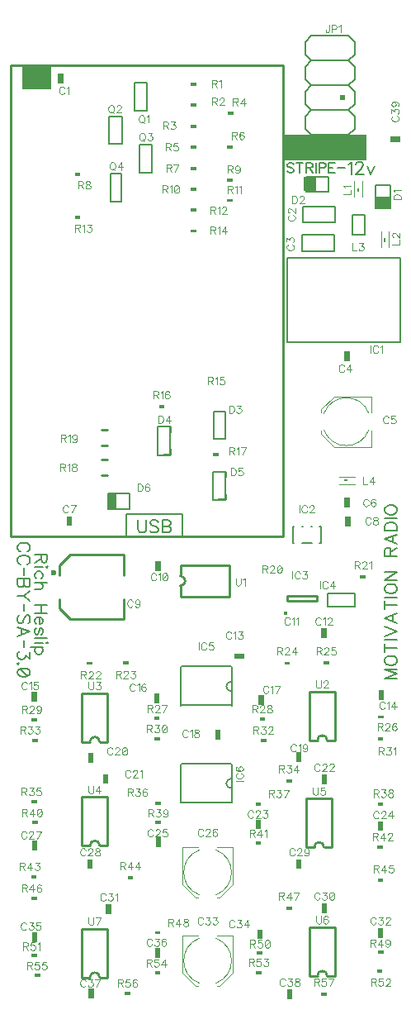
<source format=gto>
G04 DipTrace 3.3.0.0*
G04 esp02.GTO*
%MOIN*%
G04 #@! TF.FileFunction,Legend,Top*
G04 #@! TF.Part,Single*
%ADD10C,0.009843*%
%ADD15C,0.008*%
%ADD18C,0.006*%
%ADD20C,0.004*%
%ADD23C,0.023607*%
%ADD27C,0.01*%
%ADD30C,0.005*%
%ADD32C,0.015404*%
%ADD41C,0.002756*%
%ADD107C,0.004632*%
%ADD109C,0.00772*%
%ADD110C,0.006176*%
%FSLAX26Y26*%
G04*
G70*
G90*
G75*
G01*
G04 TopSilk*
%LPD*%
G36*
X583394Y4159579D2*
X604636D1*
Y4120354D1*
X583394D1*
Y4159579D1*
G37*
G36*
X1740346Y3040399D2*
X1761589D1*
Y3001175D1*
X1740346D1*
Y3040399D1*
G37*
X1850316Y2718153D2*
D20*
Y2653194D1*
X1698722D1*
X1645571Y2706341D1*
Y2718153D1*
Y2792960D2*
Y2804772D1*
X1698722Y2857919D1*
X1850316D1*
Y2792960D1*
X1838499Y2722084D2*
G02X1657388Y2722084I-90556J33497D01*
G01*
X1838499Y2789029D2*
G03X1657388Y2789029I-90556J-33497D01*
G01*
G36*
X1739545Y2448773D2*
X1760787D1*
Y2409549D1*
X1739545D1*
Y2448773D1*
G37*
G36*
X617962Y2374573D2*
X639204D1*
Y2335349D1*
X617962D1*
Y2374573D1*
G37*
G36*
X1743549Y2372396D2*
X1764791D1*
Y2333172D1*
X1743549D1*
Y2372396D1*
G37*
X848364Y2218584D2*
D10*
X848395Y2137877D1*
X848364Y2218584D2*
X631860D1*
X588566Y2175268D2*
X631860Y2218584D1*
X588566Y2175268D2*
Y2137877D1*
X848395Y2039449D2*
X848364Y1958741D1*
X631860D1*
X588566Y2002057D2*
X631860Y1958741D1*
X588566Y2039449D2*
Y2002057D1*
D23*
X564912Y2145737D3*
G36*
X997421Y2154310D2*
X976179D1*
Y2193534D1*
X997421D1*
Y2154310D1*
G37*
G36*
X1667890Y1882486D2*
X1646647D1*
Y1921710D1*
X1667890D1*
Y1882486D1*
G37*
G36*
X1333941Y1821046D2*
X1294717D1*
Y1799803D1*
X1333941D1*
Y1821046D1*
G37*
G36*
X1898803Y1632850D2*
X1877561D1*
Y1672075D1*
X1898803D1*
Y1632850D1*
G37*
G36*
X477197Y1665829D2*
X498439D1*
Y1626605D1*
X477197D1*
Y1665829D1*
G37*
G36*
X992552Y1620350D2*
X971310D1*
Y1659575D1*
X992552D1*
Y1620350D1*
G37*
G36*
X1393732Y1652638D2*
X1414975D1*
Y1613413D1*
X1393732D1*
Y1652638D1*
G37*
G36*
X1240339Y1474386D2*
X1219096D1*
Y1513610D1*
X1240339D1*
Y1474386D1*
G37*
G36*
X1545946Y1422079D2*
X1567189D1*
Y1382854D1*
X1545946D1*
Y1422079D1*
G37*
G36*
X704411Y1419865D2*
X725653D1*
Y1380640D1*
X704411D1*
Y1419865D1*
G37*
G36*
X764697Y1334579D2*
X785939D1*
Y1295354D1*
X764697D1*
Y1334579D1*
G37*
G36*
X1648161Y1332365D2*
X1669404D1*
Y1293140D1*
X1648161D1*
Y1332365D1*
G37*
G36*
X1402839Y1111886D2*
X1381596D1*
Y1151110D1*
X1402839D1*
Y1111886D1*
G37*
G36*
X1874339Y1144096D2*
X1895581D1*
Y1104871D1*
X1874339D1*
Y1144096D1*
G37*
G36*
X998803Y1039101D2*
X977561D1*
Y1078325D1*
X998803D1*
Y1039101D1*
G37*
X1224861Y1040123D2*
D20*
X1289820D1*
Y888529D1*
X1236674Y835378D1*
X1224861D1*
X1150055D2*
X1138242D1*
X1085096Y888529D1*
Y1040123D1*
X1150055D1*
X1220930Y1028306D2*
G02X1220930Y847195I-33497J-90556D01*
G01*
X1153986Y1028306D2*
G03X1153986Y847195I33497J-90556D01*
G01*
G36*
X498803Y1026601D2*
X477561D1*
Y1065825D1*
X498803D1*
Y1026601D1*
G37*
G36*
X702197Y990829D2*
X723439D1*
Y951605D1*
X702197D1*
Y990829D1*
G37*
G36*
X1545946D2*
X1567189D1*
Y951605D1*
X1545946D1*
Y990829D1*
G37*
G36*
X1648161Y813614D2*
X1669404D1*
Y774390D1*
X1648161D1*
Y813614D1*
G37*
G36*
X777197Y809579D2*
X798439D1*
Y770354D1*
X777197D1*
Y809579D1*
G37*
G36*
X1896588Y674386D2*
X1875345D1*
Y713610D1*
X1896588D1*
Y674386D1*
G37*
X1224861Y683873D2*
D20*
X1289820D1*
Y532279D1*
X1236674Y479127D1*
X1224861D1*
X1150055D2*
X1138242D1*
X1085096Y532279D1*
Y683873D1*
X1150055D1*
X1220930Y672056D2*
G02X1220930Y490944I-33497J-90556D01*
G01*
X1153986Y672056D2*
G03X1153986Y490944I33497J-90556D01*
G01*
G36*
X1409088Y668136D2*
X1387845D1*
Y707361D1*
X1409088D1*
Y668136D1*
G37*
G36*
X498803Y657850D2*
X477561D1*
Y697075D1*
X498803D1*
Y657850D1*
G37*
G36*
X996588Y593136D2*
X975345D1*
Y632361D1*
X996588D1*
Y593136D1*
G37*
G36*
X706995Y469865D2*
X728237D1*
Y430640D1*
X706995D1*
Y469865D1*
G37*
G36*
X1530052Y426601D2*
X1508810D1*
Y465825D1*
X1530052D1*
Y426601D1*
G37*
X1228310Y2797216D2*
D18*
X1260299D1*
Y2775215D1*
Y2685212D2*
X1228310D1*
X1260299Y2707213D2*
Y2685212D1*
X1007349Y2735077D2*
X1039338D1*
Y2713076D1*
Y2623073D2*
X1007349D1*
X1039338Y2645074D2*
Y2623073D1*
X1229720Y2554375D2*
X1261709D1*
Y2532373D1*
Y2442371D2*
X1229720D1*
X1261709Y2464372D2*
Y2442371D1*
X1509654Y3076982D2*
D30*
X1966346D1*
X1509654D2*
Y3415564D1*
X1966346D1*
Y3076982D1*
X1532010Y2267663D2*
D18*
Y2331455D1*
X1643979D2*
Y2267663D1*
X1608541D2*
X1567449D1*
X1604846Y2331455D2*
X1608541D1*
X1567449D2*
X1571143D1*
X1640273D2*
X1643979D1*
X1532010D2*
X1535717D1*
Y2267663D2*
X1532010D1*
X1643979D2*
X1640273D1*
D32*
X1500620Y1981565D3*
X1509820Y2031707D2*
D10*
X1627925D1*
Y2051393D1*
X1509820D1*
Y2031707D1*
X1079498Y1764986D2*
D18*
Y1610513D1*
X1283998Y1610486D2*
Y1764986D1*
X1281749Y1706490D2*
D30*
G03X1281749Y1669009I-12J-18740D01*
G01*
X1079498Y1373885D2*
D18*
Y1219412D1*
X1283998Y1219385D2*
Y1373885D1*
X1281749Y1315388D2*
D30*
G03X1281749Y1277908I-12J-18740D01*
G01*
G36*
X1721811Y4051273D2*
X1741791D1*
Y4071273D1*
X1721811D1*
Y4051273D1*
G37*
X1756821Y3811273D2*
D18*
X1781819Y3836273D1*
Y3886273D2*
X1756821Y3911273D1*
X1781819Y3936273D1*
Y3986273D2*
X1756821Y4011273D1*
X1781819Y4036273D1*
Y4086273D2*
X1756821Y4111273D1*
X1781819Y4136273D1*
Y4186273D2*
X1756821Y4211273D1*
Y3811273D2*
X1606814D1*
X1581816Y3836273D1*
Y3886273D1*
X1606814Y3911273D1*
X1581816Y3936273D1*
Y3986273D1*
X1606814Y4011273D1*
X1581816Y4036273D1*
Y4086273D1*
X1606814Y4111273D1*
X1581816Y4136273D1*
Y4186273D1*
X1606814Y4211273D1*
Y3911273D2*
X1756821D1*
X1606814Y4011273D2*
X1756821D1*
X1606814Y4111273D2*
X1756821D1*
X1606814Y4211273D2*
X1756821D1*
X1781819Y4136273D2*
Y4186273D1*
Y4036273D2*
Y4086273D1*
Y3936273D2*
Y3986273D1*
Y3836273D2*
Y3886273D1*
X1756821Y4211273D2*
X1781819Y4236273D1*
Y4286273D2*
X1756821Y4311273D1*
X1606814Y4211273D2*
X1581816Y4236273D1*
Y4286273D1*
X1606814Y4311273D1*
X1756821D1*
X1781819Y4236273D2*
Y4286273D1*
X1806816Y3836273D2*
D15*
Y3886273D1*
X1779510Y3661911D2*
D41*
Y3724897D1*
X1811007D2*
Y3661911D1*
G36*
X1799196Y3681598D2*
X1791322D1*
Y3697339D1*
X1799196D1*
Y3681598D1*
G37*
X1887496Y3461059D2*
D41*
Y3524045D1*
X1918992D2*
Y3461059D1*
G36*
X1907181Y3480746D2*
X1899307D1*
Y3496488D1*
X1907181D1*
Y3480746D1*
G37*
X1718068Y2534522D2*
D41*
X1781055D1*
Y2503026D2*
X1718068D1*
G36*
X1737755Y2514837D2*
X1753497D1*
Y2522711D1*
X1737755D1*
Y2514837D1*
G37*
X1493470Y4193606D2*
D27*
Y2293606D1*
X393470D1*
Y4193606D1*
X1493470D1*
G36*
X1120106Y4122562D2*
X1142274D1*
Y4109644D1*
X1120106D1*
Y4122562D1*
G37*
G36*
X1142396Y4025877D2*
X1120227D1*
Y4038794D1*
X1142396D1*
Y4025877D1*
G37*
G36*
X1292157Y3992475D2*
X1269988D1*
Y4005392D1*
X1292157D1*
Y3992475D1*
G37*
G36*
X1120106Y3953335D2*
X1142274D1*
Y3940417D1*
X1120106D1*
Y3953335D1*
G37*
G36*
X1142396Y3856650D2*
X1120227D1*
Y3869567D1*
X1142396D1*
Y3856650D1*
G37*
G36*
X1288343Y3856745D2*
X1266175D1*
Y3869663D1*
X1288343D1*
Y3856745D1*
G37*
G36*
X1120106Y3784106D2*
X1142274D1*
Y3771189D1*
X1120106D1*
Y3784106D1*
G37*
G36*
X651354Y3760224D2*
X673522D1*
Y3747307D1*
X651354D1*
Y3760224D1*
G37*
G36*
X1267135Y3736945D2*
X1289303D1*
Y3724028D1*
X1267135D1*
Y3736945D1*
G37*
G36*
X1142396Y3687421D2*
X1120227D1*
Y3700339D1*
X1142396D1*
Y3687421D1*
G37*
G36*
X1266312Y3654197D2*
X1288480D1*
Y3641280D1*
X1266312D1*
Y3654197D1*
G37*
G36*
X1120106Y3614879D2*
X1142274D1*
Y3601962D1*
X1120106D1*
Y3614879D1*
G37*
G36*
X650926Y3586446D2*
X673094D1*
Y3573529D1*
X650926D1*
Y3586446D1*
G37*
G36*
X1142396Y3518194D2*
X1120227D1*
Y3531112D1*
X1142396D1*
Y3518194D1*
G37*
G36*
X1013077Y2808877D2*
X990908D1*
Y2821794D1*
X1013077D1*
Y2808877D1*
G37*
G36*
X1231789Y2615454D2*
X1209621D1*
Y2628371D1*
X1231789D1*
Y2615454D1*
G37*
X759760Y2538461D2*
D10*
X783319D1*
X759760Y2601390D2*
X783319D1*
X759722Y2660593D2*
X783281D1*
X759722Y2723522D2*
X783281D1*
G36*
X1825624Y2122453D2*
X1803455D1*
Y2135370D1*
X1825624D1*
Y2122453D1*
G37*
G36*
X698876Y1787535D2*
X721045D1*
Y1774618D1*
X698876D1*
Y1787535D1*
G37*
G36*
X868659Y1775465D2*
X846491D1*
Y1788382D1*
X868659D1*
Y1775465D1*
G37*
G36*
X1497820Y1787535D2*
X1519988D1*
Y1774618D1*
X1497820D1*
Y1787535D1*
G37*
G36*
X1678180Y1775465D2*
X1656012D1*
Y1788382D1*
X1678180D1*
Y1775465D1*
G37*
G36*
X1876855Y1571000D2*
X1899024D1*
Y1558083D1*
X1876855D1*
Y1571000D1*
G37*
G36*
X970604Y1564751D2*
X992773D1*
Y1551833D1*
X970604D1*
Y1564751D1*
G37*
G36*
X1420109Y1550465D2*
X1397941D1*
Y1563382D1*
X1420109D1*
Y1550465D1*
G37*
G36*
X499145Y1546429D2*
X476976D1*
Y1559346D1*
X499145D1*
Y1546429D1*
G37*
G36*
X995109Y1469215D2*
X972941D1*
Y1482133D1*
X995109D1*
Y1469215D1*
G37*
G36*
X1896930D2*
X1874761D1*
Y1482133D1*
X1896930D1*
Y1469215D1*
G37*
G36*
X1401855Y1477251D2*
X1424024D1*
Y1464333D1*
X1401855D1*
Y1477251D1*
G37*
G36*
X479069Y1475035D2*
X501238D1*
Y1462118D1*
X479069D1*
Y1475035D1*
G37*
G36*
X1528180Y1300465D2*
X1506012D1*
Y1313382D1*
X1528180D1*
Y1300465D1*
G37*
G36*
X499145Y1215180D2*
X476976D1*
Y1228097D1*
X499145D1*
Y1215180D1*
G37*
G36*
X999145Y1208929D2*
X976976D1*
Y1221846D1*
X999145D1*
Y1208929D1*
G37*
G36*
X1380891Y1218786D2*
X1403059D1*
Y1205869D1*
X1380891D1*
Y1218786D1*
G37*
G36*
X1874640D2*
X1896808D1*
Y1205869D1*
X1874640D1*
Y1218786D1*
G37*
G36*
X999145Y1133929D2*
X976976D1*
Y1146846D1*
X999145D1*
Y1133929D1*
G37*
G36*
X501359Y1131715D2*
X479190D1*
Y1144633D1*
X501359D1*
Y1131715D1*
G37*
G36*
X1403180Y1050465D2*
X1381012D1*
Y1063382D1*
X1403180D1*
Y1050465D1*
G37*
G36*
X1872070Y1046483D2*
X1894239D1*
Y1033566D1*
X1872070D1*
Y1046483D1*
G37*
G36*
X474640Y925035D2*
X496808D1*
Y912118D1*
X474640D1*
Y925035D1*
G37*
G36*
X886645Y908929D2*
X864476D1*
Y921846D1*
X886645D1*
Y908929D1*
G37*
G36*
X1896930Y900465D2*
X1874761D1*
Y913382D1*
X1896930D1*
Y900465D1*
G37*
G36*
X476855Y839751D2*
X499024D1*
Y826833D1*
X476855D1*
Y839751D1*
G37*
G36*
X1505891Y800035D2*
X1528059D1*
Y787118D1*
X1505891D1*
Y800035D1*
G37*
G36*
X996930Y687965D2*
X974761D1*
Y700882D1*
X996930D1*
Y687965D1*
G37*
G36*
X1899145Y608929D2*
X1876976D1*
Y621846D1*
X1899145D1*
Y608929D1*
G37*
G36*
X1385320Y618786D2*
X1407488D1*
Y605869D1*
X1385320D1*
Y618786D1*
G37*
G36*
X499145Y596429D2*
X476976D1*
Y609346D1*
X499145D1*
Y596429D1*
G37*
G36*
X1892894Y533929D2*
X1870726D1*
Y546846D1*
X1892894D1*
Y533929D1*
G37*
G36*
X1383870Y539751D2*
X1406038D1*
Y526833D1*
X1383870D1*
Y539751D1*
G37*
G36*
X996930Y525465D2*
X974761D1*
Y538382D1*
X996930D1*
Y525465D1*
G37*
G36*
X511645Y515180D2*
X489476D1*
Y528097D1*
X511645D1*
Y515180D1*
G37*
G36*
X874514Y444215D2*
X852345D1*
Y457133D1*
X874514D1*
Y444215D1*
G37*
G36*
X1667894Y440180D2*
X1645726D1*
Y453097D1*
X1667894D1*
Y440180D1*
G37*
X1077452Y2050420D2*
D10*
X1274304D1*
X1077452Y2176388D2*
X1274304D1*
Y2050420D2*
Y2176388D1*
X1077452Y2050420D2*
Y2093716D1*
Y2133092D2*
Y2176388D1*
Y2093716D2*
G03X1077452Y2133092I-3J19688D01*
G01*
X1701688Y1470623D2*
Y1667477D1*
X1599312Y1470623D2*
Y1667477D1*
X1701688D2*
X1599312D1*
X1670194Y1470623D2*
X1701688D1*
X1630806D2*
X1599312D1*
X1670194D2*
G03X1630806Y1470623I-19694J-9D01*
G01*
X782938Y1464372D2*
Y1661226D1*
X680561Y1464372D2*
Y1661226D1*
X782938D2*
X680561D1*
X751444Y1464372D2*
X782938D1*
X712055D2*
X680561D1*
X751444D2*
G03X712055Y1464372I-19694J-9D01*
G01*
X782938Y1045623D2*
Y1242477D1*
X680561Y1045623D2*
Y1242477D1*
X782938D2*
X680561D1*
X751444Y1045623D2*
X782938D1*
X712055D2*
X680561D1*
X751444D2*
G03X712055Y1045623I-19694J-9D01*
G01*
X1689188Y1039372D2*
Y1236226D1*
X1586812Y1039372D2*
Y1236226D1*
X1689188D2*
X1586812D1*
X1657694Y1039372D2*
X1689188D1*
X1618306D2*
X1586812D1*
X1657694D2*
G03X1618306Y1039372I-19694J-9D01*
G01*
X1701638Y520573D2*
Y717427D1*
X1599262Y520573D2*
Y717427D1*
X1701638D2*
X1599262D1*
X1670145Y520573D2*
X1701638D1*
X1630756D2*
X1599262D1*
X1670145D2*
G03X1630756Y520573I-19694J-9D01*
G01*
X782889Y514322D2*
Y711177D1*
X680513Y514322D2*
Y711177D1*
X782889D2*
X680513D1*
X751395Y514322D2*
X782889D1*
X712006D2*
X680513D1*
X751395D2*
G03X712006Y514322I-19694J-9D01*
G01*
G36*
X1965133Y3905055D2*
X1925908D1*
Y3883813D1*
X1965133D1*
Y3905055D1*
G37*
X785736Y2464869D2*
D18*
X872101D1*
Y2404157D1*
X785736D1*
Y2464869D1*
G36*
X784098Y2469117D2*
X819157D1*
Y2404984D1*
X784098D1*
Y2469117D1*
G37*
X1672220Y2062399D2*
D18*
X1783382D1*
Y2010238D1*
X1672220D1*
Y2062399D1*
X1207719Y2552814D2*
X1258601D1*
Y2438329D1*
X1207719D1*
Y2552814D1*
X985472Y2735949D2*
X1034235D1*
Y2620759D1*
X985472D1*
Y2735949D1*
X1210944Y2794648D2*
X1258291D1*
Y2685110D1*
X1210944D1*
Y2794648D1*
X796657Y3756861D2*
X840472D1*
Y3643083D1*
X796657D1*
Y3756861D1*
X789828Y3985850D2*
X842123D1*
Y3874900D1*
X789828D1*
Y3985850D1*
X912436Y3873756D2*
X962287D1*
Y3759001D1*
X912436D1*
Y3873756D1*
X893846Y4123182D2*
X942757D1*
Y4010310D1*
X893846D1*
Y4123182D1*
X1585975Y3741992D2*
X1676927D1*
Y3681358D1*
X1585975D1*
Y3741992D1*
X1865046Y3710336D2*
X1924903D1*
Y3615497D1*
X1865046D1*
Y3710336D1*
X1573190Y3624550D2*
X1701455D1*
Y3558474D1*
X1573190D1*
Y3624550D1*
X1568885Y3508459D2*
X1699482D1*
Y3443938D1*
X1568885D1*
Y3508459D1*
X1773601Y3589310D2*
X1822575D1*
Y3510020D1*
X1773601D1*
Y3589310D1*
G36*
X1577167Y3742070D2*
X1624587D1*
Y3686878D1*
X1577167D1*
Y3742070D1*
G37*
G36*
X1862051Y3661362D2*
X1925017D1*
Y3613165D1*
X1862051D1*
Y3661362D1*
G37*
G36*
X1491181Y3912009D2*
X1828164D1*
Y3809081D1*
X1491181D1*
Y3912009D1*
G37*
G36*
X439257Y4197852D2*
X555657D1*
Y4095678D1*
X439257D1*
Y4197852D1*
G37*
X858902Y2383555D2*
D18*
X1086810D1*
Y2292568D1*
X858902D1*
Y2383555D1*
X1081749Y1769000D2*
X1281749D1*
X1081749Y1612751D2*
X1281749D1*
X1081749Y1375251D2*
X1281749D1*
X1081749Y1219000D2*
X1281749D1*
X609532Y4099679D2*
D107*
X608107Y4102531D1*
X605221Y4105416D1*
X602370Y4106842D1*
X596633D1*
X593747Y4105416D1*
X590896Y4102531D1*
X589436Y4099679D1*
X588011Y4095368D1*
Y4088172D1*
X589436Y4083894D1*
X590896Y4081009D1*
X593747Y4078157D1*
X596633Y4076698D1*
X602370D1*
X605221Y4078157D1*
X608107Y4081009D1*
X609532Y4083894D1*
X618796Y4101072D2*
X621681Y4102531D1*
X625992Y4106809D1*
Y4076698D1*
X1518093Y3588001D2*
X1515241Y3586575D1*
X1512356Y3583690D1*
X1510930Y3580838D1*
Y3575101D1*
X1512356Y3572216D1*
X1515241Y3569364D1*
X1518093Y3567905D1*
X1522404Y3566479D1*
X1529600D1*
X1533878Y3567905D1*
X1536763Y3569364D1*
X1539615Y3572216D1*
X1541074Y3575101D1*
Y3580838D1*
X1539615Y3583690D1*
X1536763Y3586575D1*
X1533878Y3588001D1*
X1518126Y3598724D2*
X1516700D1*
X1513815Y3600150D1*
X1512389Y3601576D1*
X1510963Y3604461D1*
Y3610198D1*
X1512389Y3613050D1*
X1513815Y3614476D1*
X1516700Y3615935D1*
X1519552D1*
X1522437Y3614476D1*
X1526715Y3611624D1*
X1541074Y3597265D1*
Y3617361D1*
X1513585Y3469113D2*
X1510733Y3467687D1*
X1507848Y3464802D1*
X1506422Y3461950D1*
Y3456213D1*
X1507848Y3453328D1*
X1510733Y3450476D1*
X1513585Y3449017D1*
X1517896Y3447591D1*
X1525092D1*
X1529370Y3449017D1*
X1532255Y3450476D1*
X1535107Y3453328D1*
X1536566Y3456213D1*
Y3461950D1*
X1535107Y3464802D1*
X1532255Y3467687D1*
X1529370Y3469113D1*
X1506455Y3481261D2*
Y3497013D1*
X1517929Y3488424D1*
Y3492735D1*
X1519355Y3495587D1*
X1520781Y3497013D1*
X1525092Y3498472D1*
X1527944D1*
X1532255Y3497013D1*
X1535140Y3494161D1*
X1536566Y3489850D1*
Y3485539D1*
X1535140Y3481261D1*
X1533681Y3479835D1*
X1530829Y3478376D1*
X1738943Y2978775D2*
X1737517Y2981627D1*
X1734632Y2984512D1*
X1731780Y2985938D1*
X1726043D1*
X1723158Y2984512D1*
X1720306Y2981627D1*
X1718847Y2978775D1*
X1717421Y2974464D1*
Y2967268D1*
X1718847Y2962990D1*
X1720306Y2960105D1*
X1723158Y2957253D1*
X1726043Y2955794D1*
X1731780D1*
X1734632Y2957253D1*
X1737517Y2960105D1*
X1738943Y2962990D1*
X1762566Y2955794D2*
Y2985905D1*
X1748207Y2965842D1*
X1769729D1*
X1918233Y2771607D2*
X1916807Y2774459D1*
X1913922Y2777344D1*
X1911071Y2778770D1*
X1905334D1*
X1902448Y2777344D1*
X1899597Y2774459D1*
X1898137Y2771607D1*
X1896711Y2767296D1*
Y2760100D1*
X1898137Y2755822D1*
X1899597Y2752937D1*
X1902448Y2750085D1*
X1905334Y2748626D1*
X1911071D1*
X1913922Y2750085D1*
X1916807Y2752937D1*
X1918233Y2755822D1*
X1944708Y2778737D2*
X1930382D1*
X1928956Y2765837D1*
X1930382Y2767263D1*
X1934693Y2768722D1*
X1938971D1*
X1943282Y2767263D1*
X1946167Y2764411D1*
X1947593Y2760100D1*
Y2757248D1*
X1946167Y2752937D1*
X1943282Y2750052D1*
X1938971Y2748626D1*
X1934693D1*
X1930382Y2750052D1*
X1928956Y2751511D1*
X1927497Y2754363D1*
X1837685Y2436701D2*
X1836259Y2439553D1*
X1833374Y2442438D1*
X1830522Y2443864D1*
X1824785D1*
X1821900Y2442438D1*
X1819048Y2439553D1*
X1817589Y2436701D1*
X1816163Y2432390D1*
Y2425194D1*
X1817589Y2420916D1*
X1819048Y2418031D1*
X1821900Y2415179D1*
X1824785Y2413720D1*
X1830522D1*
X1833374Y2415179D1*
X1836259Y2418031D1*
X1837685Y2420916D1*
X1864159Y2439553D2*
X1862733Y2442405D1*
X1858422Y2443831D1*
X1855570D1*
X1851259Y2442405D1*
X1848374Y2438094D1*
X1846948Y2430931D1*
Y2423768D1*
X1848374Y2418031D1*
X1851259Y2415146D1*
X1855570Y2413720D1*
X1856996D1*
X1861274Y2415146D1*
X1864159Y2418031D1*
X1865585Y2422342D1*
Y2423768D1*
X1864159Y2428079D1*
X1861274Y2430931D1*
X1856996Y2432357D1*
X1855570D1*
X1851259Y2430931D1*
X1848374Y2428079D1*
X1846948Y2423768D1*
X624846Y2411415D2*
X623420Y2414267D1*
X620535Y2417152D1*
X617683Y2418578D1*
X611946D1*
X609061Y2417152D1*
X606209Y2414267D1*
X604750Y2411415D1*
X603324Y2407104D1*
Y2399908D1*
X604750Y2395630D1*
X606209Y2392745D1*
X609061Y2389893D1*
X611946Y2388434D1*
X617683D1*
X620535Y2389893D1*
X623420Y2392745D1*
X624846Y2395630D1*
X639847Y2388434D2*
X654206Y2418545D1*
X634110D1*
X1846131Y2364019D2*
X1844705Y2366871D1*
X1841820Y2369756D1*
X1838968Y2371182D1*
X1833231D1*
X1830346Y2369756D1*
X1827494Y2366871D1*
X1826035Y2364019D1*
X1824609Y2359708D1*
Y2352512D1*
X1826035Y2348234D1*
X1827494Y2345349D1*
X1830346Y2342497D1*
X1833231Y2341038D1*
X1838968D1*
X1841820Y2342497D1*
X1844705Y2345349D1*
X1846131Y2348234D1*
X1862557Y2371149D2*
X1858279Y2369723D1*
X1856820Y2366871D1*
Y2363986D1*
X1858279Y2361134D1*
X1861131Y2359675D1*
X1866868Y2358249D1*
X1871179Y2356823D1*
X1874031Y2353938D1*
X1875457Y2351086D1*
Y2346775D1*
X1874031Y2343923D1*
X1872605Y2342464D1*
X1868294Y2341038D1*
X1862557D1*
X1858279Y2342464D1*
X1856820Y2343923D1*
X1855394Y2346775D1*
Y2351086D1*
X1856820Y2353938D1*
X1859705Y2356823D1*
X1863983Y2358249D1*
X1869720Y2359675D1*
X1872605Y2361134D1*
X1874031Y2363986D1*
Y2366871D1*
X1872605Y2369723D1*
X1868294Y2371149D1*
X1862557D1*
X884668Y2030795D2*
X883242Y2033646D1*
X880357Y2036532D1*
X877505Y2037957D1*
X871768D1*
X868883Y2036532D1*
X866031Y2033646D1*
X864572Y2030795D1*
X863146Y2026484D1*
Y2019287D1*
X864572Y2015010D1*
X866031Y2012124D1*
X868883Y2009273D1*
X871768Y2007813D1*
X877505D1*
X880357Y2009273D1*
X883242Y2012124D1*
X884668Y2015010D1*
X912602Y2027909D2*
X911143Y2023598D1*
X908291Y2020713D1*
X903980Y2019287D1*
X902554D1*
X898243Y2020713D1*
X895391Y2023598D1*
X893932Y2027909D1*
Y2029335D1*
X895391Y2033646D1*
X898243Y2036498D1*
X902554Y2037924D1*
X903980D1*
X908291Y2036498D1*
X911143Y2033646D1*
X912602Y2027909D1*
Y2020713D1*
X911143Y2013550D1*
X908291Y2009239D1*
X903980Y2007813D1*
X901128D1*
X896817Y2009239D1*
X895391Y2012124D1*
X979414Y2137658D2*
X977988Y2140510D1*
X975103Y2143395D1*
X972251Y2144821D1*
X966514D1*
X963629Y2143395D1*
X960777Y2140510D1*
X959318Y2137658D1*
X957892Y2133347D1*
Y2126151D1*
X959318Y2121873D1*
X960777Y2118988D1*
X963629Y2116136D1*
X966514Y2114677D1*
X972251D1*
X975103Y2116136D1*
X977988Y2118988D1*
X979414Y2121873D1*
X988678Y2139051D2*
X991563Y2140510D1*
X995874Y2144788D1*
Y2114677D1*
X1013760Y2144788D2*
X1009449Y2143362D1*
X1006564Y2139051D1*
X1005138Y2131888D1*
Y2127577D1*
X1006564Y2120414D1*
X1009449Y2116103D1*
X1013760Y2114677D1*
X1016612D1*
X1020923Y2116103D1*
X1023774Y2120414D1*
X1025234Y2127577D1*
Y2131888D1*
X1023774Y2139051D1*
X1020923Y2143362D1*
X1016612Y2144788D1*
X1013760D1*
X1023774Y2139051D2*
X1006564Y2120414D1*
X1519326Y1959359D2*
X1517900Y1962211D1*
X1515015Y1965096D1*
X1512163Y1966522D1*
X1506426D1*
X1503541Y1965096D1*
X1500689Y1962211D1*
X1499230Y1959359D1*
X1497804Y1955048D1*
Y1947852D1*
X1499230Y1943574D1*
X1500689Y1940689D1*
X1503541Y1937837D1*
X1506426Y1936378D1*
X1512163D1*
X1515015Y1937837D1*
X1517900Y1940689D1*
X1519326Y1943574D1*
X1528590Y1960752D2*
X1531475Y1962211D1*
X1535786Y1966489D1*
Y1936378D1*
X1545049Y1960752D2*
X1547935Y1962211D1*
X1552246Y1966489D1*
Y1936378D1*
X1644938Y1958556D2*
X1643512Y1961408D1*
X1640627Y1964293D1*
X1637775Y1965719D1*
X1632038D1*
X1629153Y1964293D1*
X1626301Y1961408D1*
X1624842Y1958556D1*
X1623416Y1954245D1*
Y1947049D1*
X1624842Y1942771D1*
X1626301Y1939886D1*
X1629153Y1937034D1*
X1632038Y1935575D1*
X1637775D1*
X1640627Y1937034D1*
X1643512Y1939886D1*
X1644938Y1942771D1*
X1654202Y1959948D2*
X1657087Y1961408D1*
X1661398Y1965685D1*
Y1935575D1*
X1672120Y1958523D2*
Y1959948D1*
X1673546Y1962834D1*
X1674972Y1964260D1*
X1677857Y1965685D1*
X1683594D1*
X1686446Y1964260D1*
X1687872Y1962834D1*
X1689331Y1959948D1*
Y1957097D1*
X1687872Y1954212D1*
X1685020Y1949934D1*
X1670661Y1935575D1*
X1690757D1*
X1283403Y1902035D2*
X1281977Y1904887D1*
X1279092Y1907772D1*
X1276240Y1909198D1*
X1270503D1*
X1267618Y1907772D1*
X1264766Y1904887D1*
X1263307Y1902035D1*
X1261881Y1897724D1*
Y1890528D1*
X1263307Y1886250D1*
X1264766Y1883365D1*
X1267618Y1880513D1*
X1270503Y1879054D1*
X1276240D1*
X1279092Y1880513D1*
X1281977Y1883365D1*
X1283403Y1886250D1*
X1292666Y1903427D2*
X1295551Y1904887D1*
X1299862Y1909164D1*
Y1879054D1*
X1312011Y1909164D2*
X1327763D1*
X1319174Y1897691D1*
X1323485D1*
X1326337Y1896265D1*
X1327763Y1894839D1*
X1329222Y1890528D1*
Y1887676D1*
X1327763Y1883365D1*
X1324911Y1880480D1*
X1320600Y1879054D1*
X1316289D1*
X1312011Y1880480D1*
X1310585Y1881939D1*
X1309126Y1884791D1*
X1903459Y1619442D2*
X1902033Y1622293D1*
X1899148Y1625178D1*
X1896296Y1626604D1*
X1890559D1*
X1887674Y1625178D1*
X1884822Y1622293D1*
X1883363Y1619442D1*
X1881937Y1615130D1*
Y1607934D1*
X1883363Y1603657D1*
X1884822Y1600771D1*
X1887674Y1597920D1*
X1890559Y1596460D1*
X1896296D1*
X1899148Y1597920D1*
X1902033Y1600771D1*
X1903459Y1603657D1*
X1912722Y1620834D2*
X1915607Y1622293D1*
X1919918Y1626571D1*
Y1596460D1*
X1943541D2*
Y1626571D1*
X1929182Y1606508D1*
X1950704D1*
X457931Y1698690D2*
X456505Y1701541D1*
X453620Y1704427D1*
X450769Y1705852D1*
X445032D1*
X442146Y1704427D1*
X439295Y1701541D1*
X437835Y1698690D1*
X436409Y1694379D1*
Y1687182D1*
X437835Y1682905D1*
X439295Y1680020D1*
X442146Y1677168D1*
X445032Y1675708D1*
X450769D1*
X453620Y1677168D1*
X456505Y1680020D1*
X457931Y1682905D1*
X467195Y1700082D2*
X470080Y1701541D1*
X474391Y1705819D1*
Y1675708D1*
X500866Y1705819D2*
X486540D1*
X485114Y1692919D1*
X486540Y1694345D1*
X490851Y1695804D1*
X495129D1*
X499440Y1694345D1*
X502325Y1691493D1*
X503751Y1687182D1*
Y1684331D1*
X502325Y1680020D1*
X499440Y1677134D1*
X495129Y1675708D1*
X490851D1*
X486540Y1677134D1*
X485114Y1678594D1*
X483655Y1681445D1*
X894149Y1691756D2*
X892723Y1694608D1*
X889838Y1697493D1*
X886986Y1698919D1*
X881249D1*
X878364Y1697493D1*
X875512Y1694608D1*
X874053Y1691756D1*
X872627Y1687445D1*
Y1680249D1*
X874053Y1675971D1*
X875512Y1673086D1*
X878364Y1670235D1*
X881249Y1668775D1*
X886986D1*
X889838Y1670235D1*
X892723Y1673086D1*
X894149Y1675971D1*
X903413Y1693149D2*
X906298Y1694608D1*
X910609Y1698886D1*
Y1668775D1*
X937083Y1694608D2*
X935657Y1697460D1*
X931346Y1698886D1*
X928494D1*
X924183Y1697460D1*
X921298Y1693149D1*
X919872Y1685986D1*
Y1678823D1*
X921298Y1673086D1*
X924183Y1670201D1*
X928494Y1668775D1*
X929920D1*
X934198Y1670201D1*
X937083Y1673086D1*
X938509Y1677397D1*
Y1678823D1*
X937083Y1683134D1*
X934198Y1685986D1*
X929920Y1687412D1*
X928494D1*
X924183Y1685986D1*
X921298Y1683134D1*
X919872Y1678823D1*
X1432809Y1684039D2*
X1431383Y1686891D1*
X1428498Y1689776D1*
X1425646Y1691202D1*
X1419909D1*
X1417024Y1689776D1*
X1414173Y1686891D1*
X1412713Y1684039D1*
X1411287Y1679728D1*
Y1672532D1*
X1412713Y1668254D1*
X1414173Y1665369D1*
X1417024Y1662517D1*
X1419909Y1661058D1*
X1425646D1*
X1428498Y1662517D1*
X1431383Y1665369D1*
X1432809Y1668254D1*
X1442073Y1685431D2*
X1444958Y1686891D1*
X1449269Y1691168D1*
Y1661058D1*
X1464270D2*
X1478629Y1691168D1*
X1458533D1*
X1107554Y1505784D2*
X1106128Y1508636D1*
X1103243Y1511521D1*
X1100391Y1512947D1*
X1094654D1*
X1091769Y1511521D1*
X1088917Y1508636D1*
X1087458Y1505784D1*
X1086032Y1501473D1*
Y1494277D1*
X1087458Y1489999D1*
X1088917Y1487114D1*
X1091769Y1484262D1*
X1094654Y1482803D1*
X1100391D1*
X1103243Y1484262D1*
X1106128Y1487114D1*
X1107554Y1489999D1*
X1116818Y1507177D2*
X1119703Y1508636D1*
X1124014Y1512914D1*
Y1482803D1*
X1140440Y1512914D2*
X1136163Y1511488D1*
X1134703Y1508636D1*
Y1505751D1*
X1136163Y1502899D1*
X1139014Y1501440D1*
X1144751Y1500014D1*
X1149062Y1498588D1*
X1151914Y1495703D1*
X1153340Y1492851D1*
Y1488540D1*
X1151914Y1485688D1*
X1150488Y1484229D1*
X1146177Y1482803D1*
X1140440D1*
X1136163Y1484229D1*
X1134703Y1485688D1*
X1133278Y1488540D1*
Y1492851D1*
X1134703Y1495703D1*
X1137589Y1498588D1*
X1141866Y1500014D1*
X1147603Y1501440D1*
X1150488Y1502899D1*
X1151914Y1505751D1*
Y1508636D1*
X1150488Y1511488D1*
X1146177Y1512914D1*
X1140440D1*
X1545314Y1448321D2*
X1543888Y1451173D1*
X1541003Y1454058D1*
X1538151Y1455484D1*
X1532414D1*
X1529529Y1454058D1*
X1526677Y1451173D1*
X1525218Y1448321D1*
X1523792Y1444010D1*
Y1436814D1*
X1525218Y1432536D1*
X1526677Y1429651D1*
X1529529Y1426799D1*
X1532414Y1425340D1*
X1538151D1*
X1541003Y1426799D1*
X1543888Y1429651D1*
X1545314Y1432536D1*
X1554577Y1449714D2*
X1557462Y1451173D1*
X1561773Y1455451D1*
Y1425340D1*
X1589707Y1445436D2*
X1588248Y1441125D1*
X1585396Y1438240D1*
X1581085Y1436814D1*
X1579659D1*
X1575348Y1438240D1*
X1572496Y1441125D1*
X1571037Y1445436D1*
Y1446862D1*
X1572496Y1451173D1*
X1575348Y1454025D1*
X1579659Y1455451D1*
X1581085D1*
X1585396Y1454025D1*
X1588248Y1451173D1*
X1589707Y1445436D1*
Y1438240D1*
X1588248Y1431077D1*
X1585396Y1426766D1*
X1581085Y1425340D1*
X1578233D1*
X1573922Y1426766D1*
X1572496Y1429651D1*
X803502Y1435329D2*
X802077Y1438181D1*
X799191Y1441066D1*
X796340Y1442492D1*
X790603D1*
X787717Y1441066D1*
X784866Y1438181D1*
X783406Y1435329D1*
X781981Y1431018D1*
Y1423822D1*
X783406Y1419544D1*
X784866Y1416659D1*
X787717Y1413807D1*
X790603Y1412348D1*
X796340D1*
X799191Y1413807D1*
X802077Y1416659D1*
X803502Y1419544D1*
X814225Y1435295D2*
Y1436721D1*
X815651Y1439607D1*
X817077Y1441032D1*
X819962Y1442458D1*
X825699D1*
X828551Y1441032D1*
X829977Y1439607D1*
X831436Y1436721D1*
Y1433870D1*
X829977Y1430984D1*
X827125Y1426707D1*
X812766Y1412348D1*
X832862D1*
X850748Y1442458D2*
X846437Y1441032D1*
X843552Y1436721D1*
X842126Y1429559D1*
Y1425247D1*
X843552Y1418085D1*
X846437Y1413774D1*
X850748Y1412348D1*
X853600D1*
X857911Y1413774D1*
X860762Y1418085D1*
X862222Y1425247D1*
Y1429559D1*
X860762Y1436721D1*
X857911Y1441032D1*
X853600Y1442458D1*
X850748D1*
X860762Y1436721D2*
X843552Y1418085D1*
X875582Y1343630D2*
X874156Y1346482D1*
X871271Y1349367D1*
X868419Y1350793D1*
X862682D1*
X859797Y1349367D1*
X856945Y1346482D1*
X855486Y1343630D1*
X854060Y1339319D1*
Y1332123D1*
X855486Y1327846D1*
X856945Y1324960D1*
X859797Y1322109D1*
X862682Y1320649D1*
X868419D1*
X871271Y1322109D1*
X874156Y1324960D1*
X875582Y1327846D1*
X886305Y1343597D2*
Y1345023D1*
X887731Y1347908D1*
X889157Y1349334D1*
X892042Y1350760D1*
X897779D1*
X900631Y1349334D1*
X902057Y1347908D1*
X903516Y1345023D1*
Y1342171D1*
X902057Y1339286D1*
X899205Y1335008D1*
X884846Y1320649D1*
X904942D1*
X914205Y1345023D2*
X917091Y1346482D1*
X921402Y1350760D1*
Y1320649D1*
X1640366Y1369207D2*
X1638940Y1372059D1*
X1636055Y1374944D1*
X1633203Y1376370D1*
X1627466D1*
X1624581Y1374944D1*
X1621729Y1372059D1*
X1620270Y1369207D1*
X1618844Y1364896D1*
Y1357699D1*
X1620270Y1353422D1*
X1621729Y1350537D1*
X1624581Y1347685D1*
X1627466Y1346226D1*
X1633203D1*
X1636055Y1347685D1*
X1638940Y1350537D1*
X1640366Y1353422D1*
X1651089Y1369173D2*
Y1370599D1*
X1652515Y1373484D1*
X1653941Y1374910D1*
X1656826Y1376336D1*
X1662563D1*
X1665415Y1374910D1*
X1666840Y1373484D1*
X1668300Y1370599D1*
Y1367747D1*
X1666840Y1364862D1*
X1663989Y1360585D1*
X1649630Y1346226D1*
X1669726D1*
X1680448Y1369173D2*
Y1370599D1*
X1681874Y1373484D1*
X1683300Y1374910D1*
X1686185Y1376336D1*
X1691922D1*
X1694774Y1374910D1*
X1696200Y1373484D1*
X1697659Y1370599D1*
Y1367747D1*
X1696200Y1364862D1*
X1693348Y1360585D1*
X1678989Y1346226D1*
X1699085D1*
X1371670Y1180889D2*
X1370245Y1183741D1*
X1367359Y1186626D1*
X1364508Y1188052D1*
X1358771D1*
X1355885Y1186626D1*
X1353034Y1183741D1*
X1351574Y1180889D1*
X1350149Y1176578D1*
Y1169382D1*
X1351574Y1165104D1*
X1353034Y1162219D1*
X1355885Y1159367D1*
X1358771Y1157908D1*
X1364508D1*
X1367359Y1159367D1*
X1370245Y1162219D1*
X1371670Y1165104D1*
X1382393Y1180856D2*
Y1182282D1*
X1383819Y1185167D1*
X1385245Y1186593D1*
X1388130Y1188019D1*
X1393867D1*
X1396719Y1186593D1*
X1398145Y1185167D1*
X1399604Y1182282D1*
Y1179430D1*
X1398145Y1176545D1*
X1395293Y1172267D1*
X1380934Y1157908D1*
X1401030D1*
X1413179Y1188019D2*
X1428930D1*
X1420342Y1176545D1*
X1424653D1*
X1427504Y1175119D1*
X1428930Y1173693D1*
X1430390Y1169382D1*
Y1166530D1*
X1428930Y1162219D1*
X1426079Y1159334D1*
X1421768Y1157908D1*
X1417456D1*
X1413179Y1159334D1*
X1411753Y1160793D1*
X1410294Y1163645D1*
X1878523Y1177764D2*
X1877097Y1180616D1*
X1874212Y1183501D1*
X1871360Y1184927D1*
X1865623D1*
X1862738Y1183501D1*
X1859886Y1180616D1*
X1858427Y1177764D1*
X1857001Y1173453D1*
Y1166257D1*
X1858427Y1161979D1*
X1859886Y1159094D1*
X1862738Y1156242D1*
X1865623Y1154783D1*
X1871360D1*
X1874212Y1156242D1*
X1877097Y1159094D1*
X1878523Y1161979D1*
X1889246Y1177731D2*
Y1179157D1*
X1890672Y1182042D1*
X1892098Y1183468D1*
X1894983Y1184894D1*
X1900720D1*
X1903572Y1183468D1*
X1904998Y1182042D1*
X1906457Y1179157D1*
Y1176305D1*
X1904998Y1173420D1*
X1902146Y1169142D1*
X1887787Y1154783D1*
X1907883D1*
X1931505D2*
Y1184894D1*
X1917146Y1164831D1*
X1938668D1*
X967069Y1105065D2*
X965643Y1107917D1*
X962758Y1110802D1*
X959906Y1112228D1*
X954169D1*
X951284Y1110802D1*
X948433Y1107917D1*
X946973Y1105065D1*
X945547Y1100754D1*
Y1093558D1*
X946973Y1089280D1*
X948433Y1086395D1*
X951284Y1083543D1*
X954169Y1082084D1*
X959906D1*
X962758Y1083543D1*
X965643Y1086395D1*
X967069Y1089280D1*
X977792Y1105032D2*
Y1106458D1*
X979218Y1109343D1*
X980644Y1110769D1*
X983529Y1112195D1*
X989266D1*
X992118Y1110769D1*
X993544Y1109343D1*
X995003Y1106458D1*
Y1103606D1*
X993544Y1100721D1*
X990692Y1096443D1*
X976333Y1082084D1*
X996429D1*
X1022903Y1112195D2*
X1008578D1*
X1007152Y1099295D1*
X1008578Y1100721D1*
X1012889Y1102180D1*
X1017166D1*
X1021477Y1100721D1*
X1024363Y1097869D1*
X1025789Y1093558D1*
Y1090706D1*
X1024363Y1086395D1*
X1021477Y1083510D1*
X1017166Y1082084D1*
X1012889D1*
X1008578Y1083510D1*
X1007152Y1084969D1*
X1005693Y1087821D1*
X1169589Y1106411D2*
X1168163Y1109263D1*
X1165278Y1112148D1*
X1162426Y1113574D1*
X1156689D1*
X1153804Y1112148D1*
X1150952Y1109263D1*
X1149493Y1106411D1*
X1148067Y1102100D1*
Y1094904D1*
X1149493Y1090626D1*
X1150952Y1087741D1*
X1153804Y1084889D1*
X1156689Y1083430D1*
X1162426D1*
X1165278Y1084889D1*
X1168163Y1087741D1*
X1169589Y1090626D1*
X1180312Y1106378D2*
Y1107804D1*
X1181738Y1110689D1*
X1183164Y1112115D1*
X1186049Y1113541D1*
X1191786D1*
X1194638Y1112115D1*
X1196063Y1110689D1*
X1197523Y1107804D1*
Y1104952D1*
X1196063Y1102067D1*
X1193212Y1097789D1*
X1178853Y1083430D1*
X1198949D1*
X1225423Y1109263D2*
X1223997Y1112115D1*
X1219686Y1113541D1*
X1216834D1*
X1212523Y1112115D1*
X1209638Y1107804D1*
X1208212Y1100641D1*
Y1093478D1*
X1209638Y1087741D1*
X1212523Y1084856D1*
X1216834Y1083430D1*
X1218260D1*
X1222538Y1084856D1*
X1225423Y1087741D1*
X1226849Y1092052D1*
Y1093478D1*
X1225423Y1097789D1*
X1222538Y1100641D1*
X1218260Y1102067D1*
X1216834D1*
X1212523Y1100641D1*
X1209638Y1097789D1*
X1208212Y1093478D1*
X455915Y1097052D2*
X454489Y1099904D1*
X451604Y1102789D1*
X448752Y1104215D1*
X443015D1*
X440130Y1102789D1*
X437278Y1099904D1*
X435819Y1097052D1*
X434393Y1092741D1*
Y1085545D1*
X435819Y1081267D1*
X437278Y1078382D1*
X440130Y1075530D1*
X443015Y1074071D1*
X448752D1*
X451604Y1075530D1*
X454489Y1078382D1*
X455915Y1081267D1*
X466637Y1097019D2*
Y1098445D1*
X468063Y1101330D1*
X469489Y1102756D1*
X472374Y1104182D1*
X478111D1*
X480963Y1102756D1*
X482389Y1101330D1*
X483848Y1098445D1*
Y1095593D1*
X482389Y1092708D1*
X479537Y1088430D1*
X465178Y1074071D1*
X485274D1*
X500275D2*
X514634Y1104182D1*
X494538D1*
X694418Y1027671D2*
X692992Y1030523D1*
X690107Y1033408D1*
X687255Y1034834D1*
X681518D1*
X678633Y1033408D1*
X675781Y1030523D1*
X674322Y1027671D1*
X672896Y1023360D1*
Y1016164D1*
X674322Y1011886D1*
X675781Y1009001D1*
X678633Y1006149D1*
X681518Y1004690D1*
X687255D1*
X690107Y1006149D1*
X692992Y1009001D1*
X694418Y1011886D1*
X705141Y1027638D2*
Y1029064D1*
X706567Y1031949D1*
X707993Y1033375D1*
X710878Y1034801D1*
X716615D1*
X719467Y1033375D1*
X720892Y1031949D1*
X722352Y1029064D1*
Y1026212D1*
X720892Y1023327D1*
X718041Y1019049D1*
X703682Y1004690D1*
X723778D1*
X740204Y1034801D2*
X735926Y1033375D1*
X734467Y1030523D1*
Y1027638D1*
X735926Y1024786D1*
X738778Y1023327D1*
X744515Y1021901D1*
X748826Y1020475D1*
X751678Y1017590D1*
X753104Y1014738D1*
Y1010427D1*
X751678Y1007575D1*
X750252Y1006116D1*
X745941Y1004690D1*
X740204D1*
X735926Y1006116D1*
X734467Y1007575D1*
X733041Y1010427D1*
Y1014738D1*
X734467Y1017590D1*
X737352Y1020475D1*
X741630Y1021901D1*
X747367Y1023327D1*
X750252Y1024786D1*
X751678Y1027638D1*
Y1030523D1*
X750252Y1033375D1*
X745941Y1034801D1*
X740204D1*
X1538864Y1027671D2*
X1537438Y1030523D1*
X1534553Y1033408D1*
X1531701Y1034834D1*
X1525964D1*
X1523079Y1033408D1*
X1520227Y1030523D1*
X1518768Y1027671D1*
X1517342Y1023360D1*
Y1016164D1*
X1518768Y1011886D1*
X1520227Y1009001D1*
X1523079Y1006149D1*
X1525964Y1004690D1*
X1531701D1*
X1534553Y1006149D1*
X1537438Y1009001D1*
X1538864Y1011886D1*
X1549586Y1027638D2*
Y1029064D1*
X1551012Y1031949D1*
X1552438Y1033375D1*
X1555323Y1034801D1*
X1561060D1*
X1563912Y1033375D1*
X1565338Y1031949D1*
X1566797Y1029064D1*
Y1026212D1*
X1565338Y1023327D1*
X1562486Y1019049D1*
X1548127Y1004690D1*
X1568223D1*
X1596157Y1024786D2*
X1594698Y1020475D1*
X1591846Y1017590D1*
X1587535Y1016164D1*
X1586109D1*
X1581798Y1017590D1*
X1578946Y1020475D1*
X1577487Y1024786D1*
Y1026212D1*
X1578946Y1030523D1*
X1581798Y1033375D1*
X1586109Y1034801D1*
X1587535D1*
X1591846Y1033375D1*
X1594698Y1030523D1*
X1596157Y1024786D1*
Y1017590D1*
X1594698Y1010427D1*
X1591846Y1006116D1*
X1587535Y1004690D1*
X1584683D1*
X1580372Y1006116D1*
X1578946Y1009001D1*
X1640366Y850456D2*
X1638940Y853308D1*
X1636055Y856193D1*
X1633203Y857619D1*
X1627466D1*
X1624581Y856193D1*
X1621729Y853308D1*
X1620270Y850456D1*
X1618844Y846145D1*
Y838949D1*
X1620270Y834671D1*
X1621729Y831786D1*
X1624581Y828934D1*
X1627466Y827475D1*
X1633203D1*
X1636055Y828934D1*
X1638940Y831786D1*
X1640366Y834671D1*
X1652515Y857586D2*
X1668266D1*
X1659678Y846112D1*
X1663989D1*
X1666840Y844686D1*
X1668266Y843260D1*
X1669726Y838949D1*
Y836097D1*
X1668266Y831786D1*
X1665415Y828901D1*
X1661103Y827475D1*
X1656792D1*
X1652515Y828901D1*
X1651089Y830360D1*
X1649630Y833212D1*
X1687611Y857586D2*
X1683300Y856160D1*
X1680415Y851849D1*
X1678989Y844686D1*
Y840375D1*
X1680415Y833212D1*
X1683300Y828901D1*
X1687611Y827475D1*
X1690463D1*
X1694774Y828901D1*
X1697626Y833212D1*
X1699085Y840375D1*
Y844686D1*
X1697626Y851849D1*
X1694774Y856160D1*
X1690463Y857586D1*
X1687611D1*
X1697626Y851849D2*
X1680415Y833212D1*
X775851Y846421D2*
X774425Y849272D1*
X771540Y852157D1*
X768688Y853583D1*
X762951D1*
X760066Y852157D1*
X757214Y849272D1*
X755755Y846421D1*
X754329Y842109D1*
Y834913D1*
X755755Y830636D1*
X757214Y827750D1*
X760066Y824899D1*
X762951Y823439D1*
X768688D1*
X771540Y824899D1*
X774425Y827750D1*
X775851Y830636D1*
X788000Y853550D2*
X803752D1*
X795163Y842076D1*
X799474D1*
X802326Y840650D1*
X803752Y839224D1*
X805211Y834913D1*
Y832061D1*
X803752Y827750D1*
X800900Y824865D1*
X796589Y823439D1*
X792278D1*
X788000Y824865D1*
X786574Y826325D1*
X785115Y829176D1*
X814474Y847813D2*
X817360Y849272D1*
X821671Y853550D1*
Y823439D1*
X1867186Y750456D2*
X1865760Y753308D1*
X1862875Y756193D1*
X1860023Y757619D1*
X1854286D1*
X1851401Y756193D1*
X1848549Y753308D1*
X1847090Y750456D1*
X1845664Y746145D1*
Y738949D1*
X1847090Y734671D1*
X1848549Y731786D1*
X1851401Y728934D1*
X1854286Y727475D1*
X1860023D1*
X1862875Y728934D1*
X1865760Y731786D1*
X1867186Y734671D1*
X1879335Y757586D2*
X1895087D1*
X1886498Y746112D1*
X1890809D1*
X1893661Y744686D1*
X1895087Y743260D1*
X1896546Y738949D1*
Y736097D1*
X1895087Y731786D1*
X1892235Y728901D1*
X1887924Y727475D1*
X1883613D1*
X1879335Y728901D1*
X1877909Y730360D1*
X1876450Y733212D1*
X1907268Y750423D2*
Y751849D1*
X1908694Y754734D1*
X1910120Y756160D1*
X1913005Y757586D1*
X1918742D1*
X1921594Y756160D1*
X1923020Y754734D1*
X1924479Y751849D1*
Y748997D1*
X1923020Y746112D1*
X1920168Y741834D1*
X1905809Y727475D1*
X1925905D1*
X1168859Y750161D2*
X1167433Y753013D1*
X1164548Y755898D1*
X1161697Y757324D1*
X1155960D1*
X1153074Y755898D1*
X1150223Y753013D1*
X1148763Y750161D1*
X1147337Y745850D1*
Y738654D1*
X1148763Y734376D1*
X1150223Y731491D1*
X1153074Y728639D1*
X1155960Y727180D1*
X1161697D1*
X1164548Y728639D1*
X1167433Y731491D1*
X1168859Y734376D1*
X1181008Y757290D2*
X1196760D1*
X1188171Y745816D1*
X1192482D1*
X1195334Y744391D1*
X1196760Y742965D1*
X1198219Y738654D1*
Y735802D1*
X1196760Y731491D1*
X1193908Y728606D1*
X1189597Y727180D1*
X1185286D1*
X1181008Y728606D1*
X1179582Y730065D1*
X1178123Y732917D1*
X1210368Y757290D2*
X1226119D1*
X1217531Y745816D1*
X1221842D1*
X1224693Y744391D1*
X1226119Y742965D1*
X1227579Y738654D1*
Y735802D1*
X1226119Y731491D1*
X1223268Y728606D1*
X1218956Y727180D1*
X1214645D1*
X1210368Y728606D1*
X1208942Y730065D1*
X1207483Y732917D1*
X1295796Y737987D2*
X1294370Y740839D1*
X1291485Y743724D1*
X1288633Y745150D1*
X1282896D1*
X1280011Y743724D1*
X1277159Y740839D1*
X1275700Y737987D1*
X1274274Y733676D1*
Y726480D1*
X1275700Y722202D1*
X1277159Y719317D1*
X1280011Y716465D1*
X1282896Y715006D1*
X1288633D1*
X1291485Y716465D1*
X1294370Y719317D1*
X1295796Y722202D1*
X1307945Y745117D2*
X1323696D1*
X1315108Y733643D1*
X1319419D1*
X1322271Y732217D1*
X1323696Y730791D1*
X1325156Y726480D1*
Y723628D1*
X1323696Y719317D1*
X1320845Y716432D1*
X1316534Y715006D1*
X1312223D1*
X1307945Y716432D1*
X1306519Y717891D1*
X1305060Y720743D1*
X1348778Y715006D2*
Y745117D1*
X1334419Y725054D1*
X1355941D1*
X455165Y728675D2*
X453739Y731527D1*
X450854Y734412D1*
X448002Y735838D1*
X442265D1*
X439380Y734412D1*
X436528Y731527D1*
X435069Y728675D1*
X433643Y724364D1*
Y717168D1*
X435069Y712890D1*
X436528Y710005D1*
X439380Y707153D1*
X442265Y705694D1*
X448002D1*
X450854Y707153D1*
X453739Y710005D1*
X455165Y712890D1*
X467314Y735805D2*
X483066D1*
X474477Y724331D1*
X478788D1*
X481640Y722905D1*
X483066Y721479D1*
X484525Y717168D1*
Y714316D1*
X483066Y710005D1*
X480214Y707120D1*
X475903Y705694D1*
X471592D1*
X467314Y707120D1*
X465888Y708579D1*
X464429Y711431D1*
X510999Y735805D2*
X496673D1*
X495247Y722905D1*
X496673Y724331D1*
X500984Y725790D1*
X505262D1*
X509573Y724331D1*
X512458Y721479D1*
X513884Y717168D1*
Y714316D1*
X512458Y710005D1*
X509573Y707120D1*
X505262Y705694D1*
X500984D1*
X496673Y707120D1*
X495247Y708579D1*
X493788Y711431D1*
X962743Y664033D2*
X961317Y666885D1*
X958432Y669770D1*
X955580Y671196D1*
X949843D1*
X946958Y669770D1*
X944106Y666885D1*
X942647Y664033D1*
X941221Y659722D1*
Y652526D1*
X942647Y648248D1*
X944106Y645363D1*
X946958Y642511D1*
X949843Y641052D1*
X955580D1*
X958432Y642511D1*
X961317Y645363D1*
X962743Y648248D1*
X974891Y671163D2*
X990643D1*
X982054Y659689D1*
X986365D1*
X989217Y658263D1*
X990643Y656837D1*
X992102Y652526D1*
Y649674D1*
X990643Y645363D1*
X987791Y642478D1*
X983480Y641052D1*
X979169D1*
X974891Y642478D1*
X973465Y643937D1*
X972006Y646789D1*
X1018577Y666885D2*
X1017151Y669737D1*
X1012840Y671163D1*
X1009988D1*
X1005677Y669737D1*
X1002792Y665426D1*
X1001366Y658263D1*
Y651100D1*
X1002792Y645363D1*
X1005677Y642478D1*
X1009988Y641052D1*
X1011414D1*
X1015691Y642478D1*
X1018577Y645363D1*
X1020003Y649674D1*
Y651100D1*
X1018577Y655411D1*
X1015691Y658263D1*
X1011414Y659689D1*
X1009988D1*
X1005677Y658263D1*
X1002792Y655411D1*
X1001366Y651100D1*
X694976Y499466D2*
X693550Y502318D1*
X690665Y505203D1*
X687813Y506629D1*
X682076D1*
X679191Y505203D1*
X676339Y502318D1*
X674880Y499466D1*
X673454Y495155D1*
Y487959D1*
X674880Y483681D1*
X676339Y480796D1*
X679191Y477944D1*
X682076Y476485D1*
X687813D1*
X690665Y477944D1*
X693550Y480796D1*
X694976Y483681D1*
X707125Y506596D2*
X722877D1*
X714288Y495122D1*
X718599D1*
X721451Y493696D1*
X722877Y492270D1*
X724336Y487959D1*
Y485107D1*
X722877Y480796D1*
X720025Y477911D1*
X715714Y476485D1*
X711403D1*
X707125Y477911D1*
X705699Y479370D1*
X704240Y482222D1*
X739336Y476485D2*
X753695Y506596D1*
X733599D1*
X1500667Y502671D2*
X1499241Y505523D1*
X1496356Y508408D1*
X1493504Y509834D1*
X1487767D1*
X1484882Y508408D1*
X1482030Y505523D1*
X1480571Y502671D1*
X1479145Y498360D1*
Y491164D1*
X1480571Y486886D1*
X1482030Y484001D1*
X1484882Y481149D1*
X1487767Y479690D1*
X1493504D1*
X1496356Y481149D1*
X1499241Y484001D1*
X1500667Y486886D1*
X1512816Y509801D2*
X1528568D1*
X1519979Y498327D1*
X1524290D1*
X1527142Y496901D1*
X1528568Y495475D1*
X1530027Y491164D1*
Y488312D1*
X1528568Y484001D1*
X1525716Y481116D1*
X1521405Y479690D1*
X1517094D1*
X1512816Y481116D1*
X1511390Y482575D1*
X1509931Y485427D1*
X1546453Y509801D2*
X1542176Y508375D1*
X1540716Y505523D1*
Y502638D1*
X1542176Y499786D1*
X1545027Y498327D1*
X1550764Y496901D1*
X1555075Y495475D1*
X1557927Y492590D1*
X1559353Y489738D1*
Y485427D1*
X1557927Y482575D1*
X1556501Y481116D1*
X1552190Y479690D1*
X1546453D1*
X1542176Y481116D1*
X1540716Y482575D1*
X1539290Y485427D1*
Y489738D1*
X1540716Y492590D1*
X1543601Y495475D1*
X1547879Y496901D1*
X1553616Y498327D1*
X1556501Y499786D1*
X1557927Y502638D1*
Y505523D1*
X1556501Y508375D1*
X1552190Y509801D1*
X1546453D1*
X1937276Y3651903D2*
X1967420D1*
Y3661951D1*
X1965961Y3666262D1*
X1963109Y3669147D1*
X1960224Y3670573D1*
X1955946Y3671999D1*
X1948750D1*
X1944439Y3670573D1*
X1941587Y3669147D1*
X1938702Y3666262D1*
X1937276Y3661951D1*
Y3651903D1*
X1943046Y3681263D2*
X1941587Y3684148D1*
X1937309Y3688459D1*
X1967420D1*
X1528434Y3666065D2*
Y3635921D1*
X1538482D1*
X1542793Y3637380D1*
X1545678Y3640232D1*
X1547104Y3643117D1*
X1548530Y3647395D1*
Y3654591D1*
X1547104Y3658902D1*
X1545678Y3661754D1*
X1542793Y3664639D1*
X1538482Y3666065D1*
X1528434D1*
X1559252Y3658869D2*
Y3660295D1*
X1560678Y3663180D1*
X1562104Y3664606D1*
X1564989Y3666032D1*
X1570726D1*
X1573578Y3664606D1*
X1575004Y3663180D1*
X1576463Y3660295D1*
Y3657443D1*
X1575004Y3654558D1*
X1572152Y3650280D1*
X1557793Y3635921D1*
X1577889D1*
X1274452Y2820610D2*
Y2790466D1*
X1284500D1*
X1288811Y2791925D1*
X1291696Y2794777D1*
X1293122Y2797662D1*
X1294548Y2801940D1*
Y2809136D1*
X1293122Y2813447D1*
X1291696Y2816299D1*
X1288811Y2819184D1*
X1284500Y2820610D1*
X1274452D1*
X1306697Y2820577D2*
X1322448D1*
X1313860Y2809103D1*
X1318171D1*
X1321022Y2807677D1*
X1322448Y2806251D1*
X1323908Y2801940D1*
Y2799088D1*
X1322448Y2794777D1*
X1319597Y2791892D1*
X1315286Y2790466D1*
X1310974D1*
X1306697Y2791892D1*
X1305271Y2793351D1*
X1303812Y2796203D1*
X987903Y2780095D2*
Y2749951D1*
X997951D1*
X1002262Y2751410D1*
X1005147Y2754262D1*
X1006573Y2757147D1*
X1007999Y2761425D1*
Y2768621D1*
X1006573Y2772932D1*
X1005147Y2775784D1*
X1002262Y2778669D1*
X997951Y2780095D1*
X987903D1*
X1031622Y2749951D2*
Y2780062D1*
X1017263Y2759999D1*
X1038785D1*
X1281552Y2568664D2*
Y2538520D1*
X1291600D1*
X1295911Y2539979D1*
X1298796Y2542831D1*
X1300222Y2545716D1*
X1301648Y2549993D1*
Y2557190D1*
X1300222Y2561501D1*
X1298796Y2564352D1*
X1295911Y2567238D1*
X1291600Y2568664D1*
X1281552D1*
X1328122Y2568630D2*
X1313796D1*
X1312370Y2555730D1*
X1313796Y2557156D1*
X1318107Y2558616D1*
X1322385D1*
X1326696Y2557156D1*
X1329581Y2554304D1*
X1331007Y2549993D1*
Y2547142D1*
X1329581Y2542831D1*
X1326696Y2539945D1*
X1322385Y2538520D1*
X1318107D1*
X1313796Y2539945D1*
X1312370Y2541405D1*
X1310911Y2544256D1*
X904922Y2505254D2*
Y2475110D1*
X914970D1*
X919281Y2476569D1*
X922166Y2479421D1*
X923592Y2482306D1*
X925018Y2486584D1*
Y2493780D1*
X923592Y2498091D1*
X922166Y2500943D1*
X919281Y2503828D1*
X914970Y2505254D1*
X904922D1*
X951492Y2500943D2*
X950066Y2503795D1*
X945755Y2505221D1*
X942903D1*
X938592Y2503795D1*
X935707Y2499484D1*
X934281Y2492321D1*
Y2485158D1*
X935707Y2479421D1*
X938592Y2476536D1*
X942903Y2475110D1*
X944329D1*
X948607Y2476536D1*
X951492Y2479421D1*
X952918Y2483732D1*
Y2485158D1*
X951492Y2489469D1*
X948607Y2492321D1*
X944329Y2493747D1*
X942903D1*
X938592Y2492321D1*
X935707Y2489469D1*
X934281Y2485158D1*
X1845518Y3062772D2*
Y3032628D1*
X1876303Y3055609D2*
X1874877Y3058461D1*
X1871992Y3061346D1*
X1869140Y3062772D1*
X1863403D1*
X1860518Y3061346D1*
X1857666Y3058461D1*
X1856207Y3055609D1*
X1854781Y3051298D1*
Y3044102D1*
X1856207Y3039825D1*
X1857666Y3036939D1*
X1860518Y3034088D1*
X1863403Y3032628D1*
X1869140D1*
X1871992Y3034088D1*
X1874877Y3036939D1*
X1876303Y3039825D1*
X1885567Y3057002D2*
X1888452Y3058461D1*
X1892763Y3062739D1*
Y3032628D1*
X1557922Y2418296D2*
Y2388152D1*
X1588708Y2411133D2*
X1587282Y2413985D1*
X1584397Y2416870D1*
X1581545Y2418296D1*
X1575808D1*
X1572923Y2416870D1*
X1570071Y2413985D1*
X1568612Y2411133D1*
X1567186Y2406822D1*
Y2399626D1*
X1568612Y2395348D1*
X1570071Y2392463D1*
X1572923Y2389611D1*
X1575808Y2388152D1*
X1581545D1*
X1584397Y2389611D1*
X1587282Y2392463D1*
X1588708Y2395348D1*
X1599430Y2411100D2*
Y2412526D1*
X1600856Y2415411D1*
X1602282Y2416837D1*
X1605167Y2418263D1*
X1610904D1*
X1613756Y2416837D1*
X1615182Y2415411D1*
X1616641Y2412526D1*
Y2409674D1*
X1615182Y2406789D1*
X1612330Y2402511D1*
X1597971Y2388152D1*
X1618067D1*
X1530349Y2151429D2*
Y2121285D1*
X1561134Y2144266D2*
X1559708Y2147118D1*
X1556823Y2150003D1*
X1553971Y2151429D1*
X1548234D1*
X1545349Y2150003D1*
X1542497Y2147118D1*
X1541038Y2144266D1*
X1539612Y2139955D1*
Y2132759D1*
X1541038Y2128481D1*
X1542497Y2125596D1*
X1545349Y2122744D1*
X1548234Y2121285D1*
X1553971D1*
X1556823Y2122744D1*
X1559708Y2125596D1*
X1561134Y2128481D1*
X1573283Y2151395D2*
X1589035D1*
X1580446Y2139921D1*
X1584757D1*
X1587609Y2138496D1*
X1589035Y2137070D1*
X1590494Y2132759D1*
Y2129907D1*
X1589035Y2125596D1*
X1586183Y2122711D1*
X1581872Y2121285D1*
X1577561D1*
X1573283Y2122711D1*
X1571857Y2124170D1*
X1570398Y2127022D1*
X1641718Y2112321D2*
Y2082177D1*
X1672504Y2105158D2*
X1671078Y2108010D1*
X1668193Y2110895D1*
X1665341Y2112321D1*
X1659604D1*
X1656719Y2110895D1*
X1653867Y2108010D1*
X1652408Y2105158D1*
X1650982Y2100847D1*
Y2093651D1*
X1652408Y2089373D1*
X1653867Y2086488D1*
X1656719Y2083636D1*
X1659604Y2082177D1*
X1665341D1*
X1668193Y2083636D1*
X1671078Y2086488D1*
X1672504Y2089373D1*
X1696127Y2082177D2*
Y2112288D1*
X1681767Y2092225D1*
X1703289D1*
X1151676Y1865541D2*
Y1835397D1*
X1182461Y1858379D2*
X1181035Y1861230D1*
X1178150Y1864116D1*
X1175298Y1865541D1*
X1169561D1*
X1166676Y1864116D1*
X1163824Y1861230D1*
X1162365Y1858379D1*
X1160939Y1854068D1*
Y1846871D1*
X1162365Y1842594D1*
X1163824Y1839708D1*
X1166676Y1836857D1*
X1169561Y1835397D1*
X1175298D1*
X1178150Y1836857D1*
X1181035Y1839708D1*
X1182461Y1842594D1*
X1208935Y1865508D2*
X1194610D1*
X1193184Y1852608D1*
X1194610Y1854034D1*
X1198921Y1855493D1*
X1203199D1*
X1207510Y1854034D1*
X1210395Y1851182D1*
X1211821Y1846871D1*
Y1844020D1*
X1210395Y1839708D1*
X1207510Y1836823D1*
X1203199Y1835397D1*
X1198921D1*
X1194610Y1836823D1*
X1193184Y1838283D1*
X1191725Y1841134D1*
X1300575Y1306809D2*
X1330719D1*
X1307738Y1337595D2*
X1304886Y1336169D1*
X1302001Y1333284D1*
X1300575Y1330432D1*
Y1324695D1*
X1302001Y1321810D1*
X1304886Y1318958D1*
X1307738Y1317499D1*
X1312049Y1316073D1*
X1319245D1*
X1323523Y1317499D1*
X1326408Y1318958D1*
X1329260Y1321810D1*
X1330719Y1324695D1*
Y1330432D1*
X1329260Y1333284D1*
X1326408Y1336169D1*
X1323523Y1337595D1*
X1304886Y1364069D2*
X1302034Y1362643D1*
X1300608Y1358332D1*
Y1355480D1*
X1302034Y1351169D1*
X1306345Y1348284D1*
X1313508Y1346858D1*
X1320671D1*
X1326408Y1348284D1*
X1329293Y1351169D1*
X1330719Y1355480D1*
Y1356906D1*
X1329293Y1361184D1*
X1326408Y1364069D1*
X1322097Y1365495D1*
X1320671D1*
X1316360Y1364069D1*
X1313508Y1361184D1*
X1312082Y1356906D1*
Y1355480D1*
X1313508Y1351169D1*
X1316360Y1348284D1*
X1320671Y1346858D1*
X1678586Y4355207D2*
Y4332259D1*
X1677160Y4327948D1*
X1675701Y4326522D1*
X1672849Y4325063D1*
X1669964D1*
X1667112Y4326522D1*
X1665686Y4327948D1*
X1664227Y4332259D1*
Y4335111D1*
X1687850Y4339422D2*
X1700783D1*
X1705061Y4340848D1*
X1706520Y4342307D1*
X1707946Y4345159D1*
Y4349470D1*
X1706520Y4352322D1*
X1705061Y4353781D1*
X1700783Y4355207D1*
X1687850D1*
Y4325063D1*
X1717209Y4349437D2*
X1720094Y4350896D1*
X1724405Y4355174D1*
Y4325063D1*
X1735577Y3672633D2*
X1765721D1*
Y3689844D1*
X1741347Y3699108D2*
X1739888Y3701993D1*
X1735610Y3706304D1*
X1765721D1*
X1932452Y3471162D2*
X1962596D1*
Y3488373D1*
X1939648Y3499096D2*
X1938222D1*
X1935337Y3500522D1*
X1933911Y3501948D1*
X1932485Y3504833D1*
Y3510570D1*
X1933911Y3513422D1*
X1935337Y3514848D1*
X1938222Y3516307D1*
X1941074D1*
X1943959Y3514848D1*
X1948237Y3511996D1*
X1962596Y3497637D1*
Y3517733D1*
X1771207Y3475935D2*
Y3445791D1*
X1788418D1*
X1800566Y3475902D2*
X1816318D1*
X1807729Y3464428D1*
X1812040D1*
X1814892Y3463002D1*
X1816318Y3461576D1*
X1817777Y3457265D1*
Y3454413D1*
X1816318Y3450102D1*
X1813466Y3447217D1*
X1809155Y3445791D1*
X1804844D1*
X1800566Y3447217D1*
X1799140Y3448676D1*
X1797681Y3451528D1*
X1814344Y2533923D2*
Y2503779D1*
X1831555D1*
X1855178D2*
Y2533890D1*
X1840819Y2513827D1*
X1862341D1*
X918253Y3991417D2*
X915401Y3990024D1*
X912516Y3987139D1*
X911090Y3984254D1*
X909631Y3979943D1*
Y3972780D1*
X911090Y3968469D1*
X912516Y3965617D1*
X915401Y3962732D1*
X918253Y3961306D1*
X923990D1*
X926875Y3962732D1*
X929727Y3965617D1*
X931153Y3968469D1*
X932612Y3972780D1*
Y3979943D1*
X931153Y3984254D1*
X929727Y3987139D1*
X926875Y3990024D1*
X923990Y3991417D1*
X918253D1*
X922564Y3967043D2*
X931153Y3958421D1*
X941876Y3985647D2*
X944761Y3987106D1*
X949072Y3991384D1*
Y3961273D1*
X795696Y4031804D2*
X792844Y4030411D1*
X789959Y4027526D1*
X788533Y4024641D1*
X787074Y4020330D1*
Y4013167D1*
X788533Y4008856D1*
X789959Y4006004D1*
X792844Y4003119D1*
X795696Y4001693D1*
X801433D1*
X804318Y4003119D1*
X807170Y4006004D1*
X808596Y4008856D1*
X810055Y4013167D1*
Y4020330D1*
X808596Y4024641D1*
X807170Y4027526D1*
X804318Y4030411D1*
X801433Y4031804D1*
X795696D1*
X800007Y4007430D2*
X808596Y3998808D1*
X820778Y4024608D2*
Y4026034D1*
X822203Y4028919D1*
X823629Y4030345D1*
X826514Y4031771D1*
X832251D1*
X835103Y4030345D1*
X836529Y4028919D1*
X837988Y4026034D1*
Y4023182D1*
X836529Y4020297D1*
X833677Y4016019D1*
X819318Y4001660D1*
X839414D1*
X920756Y3919570D2*
X917904Y3918178D1*
X915019Y3915292D1*
X913593Y3912407D1*
X912134Y3908096D1*
Y3900933D1*
X913593Y3896622D1*
X915019Y3893771D1*
X917904Y3890885D1*
X920756Y3889459D1*
X926493D1*
X929378Y3890885D1*
X932230Y3893771D1*
X933656Y3896622D1*
X935115Y3900933D1*
Y3908096D1*
X933656Y3912407D1*
X932230Y3915292D1*
X929378Y3918178D1*
X926493Y3919570D1*
X920756D1*
X925067Y3895196D2*
X933656Y3886574D1*
X947264Y3919537D2*
X963016D1*
X954427Y3908063D1*
X958738D1*
X961590Y3906637D1*
X963016Y3905211D1*
X964475Y3900900D1*
Y3898048D1*
X963016Y3893737D1*
X960164Y3890852D1*
X955853Y3889426D1*
X951542D1*
X947264Y3890852D1*
X945838Y3892311D1*
X944379Y3895163D1*
X800428Y3801380D2*
X797576Y3799987D1*
X794691Y3797102D1*
X793265Y3794217D1*
X791806Y3789906D1*
Y3782743D1*
X793265Y3778432D1*
X794691Y3775580D1*
X797576Y3772695D1*
X800428Y3771269D1*
X806165D1*
X809050Y3772695D1*
X811902Y3775580D1*
X813328Y3778432D1*
X814787Y3782743D1*
Y3789906D1*
X813328Y3794217D1*
X811902Y3797102D1*
X809050Y3799987D1*
X806165Y3801380D1*
X800428D1*
X804739Y3777006D2*
X813328Y3768384D1*
X838409Y3771236D2*
Y3801347D1*
X824050Y3781284D1*
X845572D1*
X1204021Y4119352D2*
X1216921D1*
X1221232Y4120811D1*
X1222691Y4122237D1*
X1224117Y4125089D1*
Y4127974D1*
X1222691Y4130826D1*
X1221232Y4132285D1*
X1216921Y4133711D1*
X1204021D1*
Y4103567D1*
X1214069Y4119352D2*
X1224117Y4103567D1*
X1233381Y4127941D2*
X1236266Y4129400D1*
X1240577Y4133678D1*
Y4103567D1*
X1205535Y4047417D2*
X1218435D1*
X1222746Y4048876D1*
X1224205Y4050302D1*
X1225631Y4053154D1*
Y4056039D1*
X1224205Y4058891D1*
X1222746Y4060350D1*
X1218435Y4061776D1*
X1205535D1*
Y4031632D1*
X1215583Y4047417D2*
X1225631Y4031632D1*
X1236353Y4054580D2*
Y4056006D1*
X1237779Y4058891D1*
X1239205Y4060317D1*
X1242090Y4061743D1*
X1247827D1*
X1250679Y4060317D1*
X1252105Y4058891D1*
X1253564Y4056006D1*
Y4053154D1*
X1252105Y4050269D1*
X1249253Y4045991D1*
X1234894Y4031632D1*
X1254990D1*
X1008188Y3950459D2*
X1021088D1*
X1025399Y3951918D1*
X1026858Y3953344D1*
X1028284Y3956196D1*
Y3959081D1*
X1026858Y3961933D1*
X1025399Y3963392D1*
X1021088Y3964818D1*
X1008188D1*
Y3934674D1*
X1018236Y3950459D2*
X1028284Y3934674D1*
X1040433Y3964785D2*
X1056185D1*
X1047596Y3953311D1*
X1051907D1*
X1054759Y3951885D1*
X1056185Y3950459D1*
X1057644Y3946148D1*
Y3943296D1*
X1056185Y3938985D1*
X1053333Y3936100D1*
X1049022Y3934674D1*
X1044711D1*
X1040433Y3936100D1*
X1039007Y3937559D1*
X1037548Y3940411D1*
X1290324Y4045206D2*
X1303224D1*
X1307535Y4046665D1*
X1308994Y4048091D1*
X1310420Y4050943D1*
Y4053828D1*
X1308994Y4056680D1*
X1307535Y4058139D1*
X1303224Y4059565D1*
X1290324D1*
Y4029421D1*
X1300372Y4045206D2*
X1310420Y4029421D1*
X1334043D2*
Y4059532D1*
X1319684Y4039469D1*
X1341206D1*
X1019704Y3864585D2*
X1032604D1*
X1036915Y3866044D1*
X1038374Y3867470D1*
X1039800Y3870322D1*
Y3873207D1*
X1038374Y3876059D1*
X1036915Y3877518D1*
X1032604Y3878944D1*
X1019704D1*
Y3848800D1*
X1029752Y3864585D2*
X1039800Y3848800D1*
X1066274Y3878911D2*
X1051949D1*
X1050523Y3866011D1*
X1051949Y3867437D1*
X1056260Y3868896D1*
X1060537D1*
X1064849Y3867437D1*
X1067734Y3864585D1*
X1069160Y3860274D1*
Y3857422D1*
X1067734Y3853111D1*
X1064849Y3850226D1*
X1060537Y3848800D1*
X1056260D1*
X1051949Y3850226D1*
X1050523Y3851685D1*
X1049064Y3854537D1*
X1286520Y3910198D2*
X1299420D1*
X1303731Y3911657D1*
X1305190Y3913083D1*
X1306616Y3915935D1*
Y3918820D1*
X1305190Y3921672D1*
X1303731Y3923131D1*
X1299420Y3924557D1*
X1286520D1*
Y3894413D1*
X1296568Y3910198D2*
X1306616Y3894413D1*
X1333091Y3920246D2*
X1331665Y3923098D1*
X1327354Y3924524D1*
X1324502D1*
X1320191Y3923098D1*
X1317306Y3918787D1*
X1315880Y3911624D1*
Y3904461D1*
X1317306Y3898724D1*
X1320191Y3895839D1*
X1324502Y3894413D1*
X1325928D1*
X1330206Y3895839D1*
X1333091Y3898724D1*
X1334517Y3903035D1*
Y3904461D1*
X1333091Y3908772D1*
X1330206Y3911624D1*
X1325928Y3913050D1*
X1324502D1*
X1320191Y3911624D1*
X1317306Y3908772D1*
X1315880Y3904461D1*
X1020906Y3778678D2*
X1033806D1*
X1038117Y3780138D1*
X1039576Y3781564D1*
X1041002Y3784415D1*
Y3787301D1*
X1039576Y3790152D1*
X1038117Y3791612D1*
X1033806Y3793038D1*
X1020906D1*
Y3762894D1*
X1030954Y3778678D2*
X1041002Y3762894D1*
X1056003D2*
X1070362Y3793004D1*
X1050266D1*
X664829Y3710564D2*
X677729D1*
X682040Y3712023D1*
X683500Y3713449D1*
X684925Y3716301D1*
Y3719186D1*
X683500Y3722038D1*
X682040Y3723497D1*
X677729Y3724923D1*
X664829D1*
Y3694779D1*
X674877Y3710564D2*
X684925Y3694779D1*
X701352Y3724890D2*
X697074Y3723464D1*
X695615Y3720612D1*
Y3717727D1*
X697074Y3714875D1*
X699926Y3713416D1*
X705663Y3711990D1*
X709974Y3710564D1*
X712826Y3707679D1*
X714252Y3704827D1*
Y3700516D1*
X712826Y3697664D1*
X711400Y3696205D1*
X707089Y3694779D1*
X701352D1*
X697074Y3696205D1*
X695615Y3697664D1*
X694189Y3700516D1*
Y3704827D1*
X695615Y3707679D1*
X698500Y3710564D1*
X702778Y3711990D1*
X708515Y3713416D1*
X711400Y3714875D1*
X712826Y3717727D1*
Y3720612D1*
X711400Y3723464D1*
X707089Y3724890D1*
X701352D1*
X1269282Y3773986D2*
X1282182D1*
X1286493Y3775445D1*
X1287952Y3776871D1*
X1289378Y3779723D1*
Y3782608D1*
X1287952Y3785460D1*
X1286493Y3786919D1*
X1282182Y3788345D1*
X1269282D1*
Y3758201D1*
X1279330Y3773986D2*
X1289378Y3758201D1*
X1317311Y3778297D2*
X1315852Y3773986D1*
X1313000Y3771101D1*
X1308689Y3769675D1*
X1307263D1*
X1302952Y3771101D1*
X1300100Y3773986D1*
X1298641Y3778297D1*
Y3779723D1*
X1300100Y3784034D1*
X1302952Y3786885D1*
X1307263Y3788311D1*
X1308689D1*
X1313000Y3786885D1*
X1315852Y3784034D1*
X1317311Y3778297D1*
Y3771101D1*
X1315852Y3763938D1*
X1313000Y3759627D1*
X1308689Y3758201D1*
X1305837D1*
X1301526Y3759627D1*
X1300100Y3762512D1*
X1006292Y3694562D2*
X1019192D1*
X1023503Y3696021D1*
X1024962Y3697447D1*
X1026388Y3700299D1*
Y3703184D1*
X1024962Y3706036D1*
X1023503Y3707495D1*
X1019192Y3708921D1*
X1006292D1*
Y3678777D1*
X1016340Y3694562D2*
X1026388Y3678777D1*
X1035651Y3703151D2*
X1038536Y3704610D1*
X1042847Y3708888D1*
Y3678777D1*
X1060733Y3708888D2*
X1056422Y3707462D1*
X1053537Y3703151D1*
X1052111Y3695988D1*
Y3691677D1*
X1053537Y3684514D1*
X1056422Y3680203D1*
X1060733Y3678777D1*
X1063585D1*
X1067896Y3680203D1*
X1070748Y3684514D1*
X1072207Y3691677D1*
Y3695988D1*
X1070748Y3703151D1*
X1067896Y3707462D1*
X1063585Y3708888D1*
X1060733D1*
X1070748Y3703151D2*
X1053537Y3684514D1*
X1269500Y3693004D2*
X1282400D1*
X1286711Y3694463D1*
X1288170Y3695889D1*
X1289596Y3698741D1*
Y3701626D1*
X1288170Y3704478D1*
X1286711Y3705937D1*
X1282400Y3707363D1*
X1269500D1*
Y3677219D1*
X1279548Y3693004D2*
X1289596Y3677219D1*
X1298860Y3701593D2*
X1301745Y3703052D1*
X1306056Y3707330D1*
Y3677219D1*
X1315319Y3701593D2*
X1318204Y3703052D1*
X1322516Y3707330D1*
Y3677219D1*
X1198591Y3608623D2*
X1211491D1*
X1215802Y3610082D1*
X1217261Y3611508D1*
X1218687Y3614360D1*
Y3617245D1*
X1217261Y3620097D1*
X1215802Y3621556D1*
X1211491Y3622982D1*
X1198591D1*
Y3592838D1*
X1208639Y3608623D2*
X1218687Y3592838D1*
X1227951Y3617212D2*
X1230836Y3618671D1*
X1235147Y3622949D1*
Y3592838D1*
X1245869Y3615786D2*
Y3617212D1*
X1247295Y3620097D1*
X1248721Y3621523D1*
X1251606Y3622949D1*
X1257343D1*
X1260195Y3621523D1*
X1261621Y3620097D1*
X1263080Y3617212D1*
Y3614360D1*
X1261621Y3611475D1*
X1258769Y3607197D1*
X1244410Y3592838D1*
X1264506D1*
X653301Y3536605D2*
X666201D1*
X670512Y3538064D1*
X671971Y3539490D1*
X673397Y3542342D1*
Y3545227D1*
X671971Y3548079D1*
X670512Y3549538D1*
X666201Y3550964D1*
X653301D1*
Y3520820D1*
X663349Y3536605D2*
X673397Y3520820D1*
X682660Y3545194D2*
X685546Y3546653D1*
X689857Y3550931D1*
Y3520820D1*
X702005Y3550931D2*
X717757D1*
X709168Y3539457D1*
X713479D1*
X716331Y3538031D1*
X717757Y3536605D1*
X719216Y3532294D1*
Y3529442D1*
X717757Y3525131D1*
X714905Y3522246D1*
X710594Y3520820D1*
X706283D1*
X702005Y3522246D1*
X700579Y3523705D1*
X699120Y3526557D1*
X1198898Y3528232D2*
X1211798D1*
X1216109Y3529691D1*
X1217568Y3531117D1*
X1218994Y3533969D1*
Y3536854D1*
X1217568Y3539706D1*
X1216109Y3541165D1*
X1211798Y3542591D1*
X1198898D1*
Y3512447D1*
X1208946Y3528232D2*
X1218994Y3512447D1*
X1228257Y3536821D2*
X1231142Y3538280D1*
X1235453Y3542558D1*
Y3512447D1*
X1259076D2*
Y3542558D1*
X1244717Y3522495D1*
X1266239D1*
X1190084Y2920991D2*
X1202984D1*
X1207295Y2922450D1*
X1208754Y2923876D1*
X1210180Y2926728D1*
Y2929613D1*
X1208754Y2932465D1*
X1207295Y2933924D1*
X1202984Y2935350D1*
X1190084D1*
Y2905206D1*
X1200132Y2920991D2*
X1210180Y2905206D1*
X1219444Y2929580D2*
X1222329Y2931039D1*
X1226640Y2935317D1*
Y2905206D1*
X1253115Y2935317D2*
X1238789D1*
X1237363Y2922417D1*
X1238789Y2923843D1*
X1243100Y2925302D1*
X1247378D1*
X1251689Y2923843D1*
X1254574Y2920991D1*
X1256000Y2916680D1*
Y2913828D1*
X1254574Y2909517D1*
X1251689Y2906632D1*
X1247378Y2905206D1*
X1243100D1*
X1238789Y2906632D1*
X1237363Y2908091D1*
X1235904Y2910943D1*
X969704Y2864172D2*
X982604D1*
X986915Y2865631D1*
X988374Y2867057D1*
X989800Y2869909D1*
Y2872794D1*
X988374Y2875646D1*
X986915Y2877105D1*
X982604Y2878531D1*
X969704D1*
Y2848387D1*
X979752Y2864172D2*
X989800Y2848387D1*
X999063Y2872761D2*
X1001948Y2874220D1*
X1006259Y2878498D1*
Y2848387D1*
X1032734Y2874220D2*
X1031308Y2877072D1*
X1026997Y2878498D1*
X1024145D1*
X1019834Y2877072D1*
X1016949Y2872761D1*
X1015523Y2865598D1*
Y2858435D1*
X1016949Y2852698D1*
X1019834Y2849813D1*
X1024145Y2848387D1*
X1025571D1*
X1029849Y2849813D1*
X1032734Y2852698D1*
X1034160Y2857009D1*
Y2858435D1*
X1032734Y2862746D1*
X1029849Y2865598D1*
X1025571Y2867024D1*
X1024145D1*
X1019834Y2865598D1*
X1016949Y2862746D1*
X1015523Y2858435D1*
X1276461Y2637744D2*
X1289361D1*
X1293672Y2639203D1*
X1295131Y2640629D1*
X1296557Y2643481D1*
Y2646366D1*
X1295131Y2649218D1*
X1293672Y2650677D1*
X1289361Y2652103D1*
X1276461D1*
Y2621959D1*
X1286509Y2637744D2*
X1296557Y2621959D1*
X1305821Y2646333D2*
X1308706Y2647792D1*
X1313017Y2652070D1*
Y2621959D1*
X1328017D2*
X1342376Y2652070D1*
X1322280D1*
X593135Y2571293D2*
X606035D1*
X610346Y2572752D1*
X611805Y2574178D1*
X613231Y2577030D1*
Y2579915D1*
X611805Y2582767D1*
X610346Y2584226D1*
X606035Y2585652D1*
X593135D1*
Y2555508D1*
X603183Y2571293D2*
X613231Y2555508D1*
X622495Y2579882D2*
X625380Y2581341D1*
X629691Y2585619D1*
Y2555508D1*
X646117Y2585619D2*
X641839Y2584193D1*
X640380Y2581341D1*
Y2578456D1*
X641839Y2575604D1*
X644691Y2574145D1*
X650428Y2572719D1*
X654739Y2571293D1*
X657591Y2568408D1*
X659017Y2565556D1*
Y2561245D1*
X657591Y2558393D1*
X656165Y2556934D1*
X651854Y2555508D1*
X646117D1*
X641839Y2556934D1*
X640380Y2558393D1*
X638954Y2561245D1*
Y2565556D1*
X640380Y2568408D1*
X643265Y2571293D1*
X647543Y2572719D1*
X653280Y2574145D1*
X656165Y2575604D1*
X657591Y2578456D1*
Y2581341D1*
X656165Y2584193D1*
X651854Y2585619D1*
X646117D1*
X594404Y2688518D2*
X607304D1*
X611615Y2689978D1*
X613074Y2691403D1*
X614500Y2694255D1*
Y2697140D1*
X613074Y2699992D1*
X611615Y2701451D1*
X607304Y2702877D1*
X594404D1*
Y2672733D1*
X604452Y2688518D2*
X614500Y2672733D1*
X623763Y2697107D2*
X626648Y2698566D1*
X630959Y2702844D1*
Y2672733D1*
X658893Y2692829D2*
X657434Y2688518D1*
X654582Y2685633D1*
X650271Y2684207D1*
X648845D1*
X644534Y2685633D1*
X641682Y2688518D1*
X640223Y2692829D1*
Y2694255D1*
X641682Y2698566D1*
X644534Y2701418D1*
X648845Y2702844D1*
X650271D1*
X654582Y2701418D1*
X657434Y2698566D1*
X658893Y2692829D1*
Y2685633D1*
X657434Y2678470D1*
X654582Y2674159D1*
X650271Y2672733D1*
X647419D1*
X643108Y2674159D1*
X641682Y2677044D1*
X1408638Y2161332D2*
X1421538D1*
X1425849Y2162791D1*
X1427308Y2164217D1*
X1428734Y2167069D1*
Y2169954D1*
X1427308Y2172806D1*
X1425849Y2174265D1*
X1421538Y2175691D1*
X1408638D1*
Y2145547D1*
X1418686Y2161332D2*
X1428734Y2145547D1*
X1439457Y2168495D2*
Y2169921D1*
X1440883Y2172806D1*
X1442309Y2174232D1*
X1445194Y2175658D1*
X1450931D1*
X1453783Y2174232D1*
X1455209Y2172806D1*
X1456668Y2169921D1*
Y2167069D1*
X1455209Y2164184D1*
X1452357Y2159906D1*
X1437998Y2145547D1*
X1458094D1*
X1475980Y2175658D2*
X1471669Y2174232D1*
X1468783Y2169921D1*
X1467357Y2162758D1*
Y2158447D1*
X1468783Y2151284D1*
X1471669Y2146973D1*
X1475980Y2145547D1*
X1478831D1*
X1483142Y2146973D1*
X1485994Y2151284D1*
X1487453Y2158447D1*
Y2162758D1*
X1485994Y2169921D1*
X1483142Y2174232D1*
X1478831Y2175658D1*
X1475980D1*
X1485994Y2169921D2*
X1468783Y2151284D1*
X1781521Y2177748D2*
X1794421D1*
X1798732Y2179207D1*
X1800191Y2180633D1*
X1801617Y2183485D1*
Y2186370D1*
X1800191Y2189222D1*
X1798732Y2190681D1*
X1794421Y2192107D1*
X1781521D1*
Y2161963D1*
X1791569Y2177748D2*
X1801617Y2161963D1*
X1812340Y2184911D2*
Y2186337D1*
X1813766Y2189222D1*
X1815192Y2190648D1*
X1818077Y2192074D1*
X1823814D1*
X1826666Y2190648D1*
X1828092Y2189222D1*
X1829551Y2186337D1*
Y2183485D1*
X1828092Y2180600D1*
X1825240Y2176322D1*
X1810881Y2161963D1*
X1830977D1*
X1840241Y2186337D2*
X1843126Y2187796D1*
X1847437Y2192074D1*
Y2161963D1*
X676973Y1734650D2*
X689873D1*
X694184Y1736109D1*
X695643Y1737535D1*
X697069Y1740387D1*
Y1743272D1*
X695643Y1746124D1*
X694184Y1747583D1*
X689873Y1749009D1*
X676973D1*
Y1718865D1*
X687021Y1734650D2*
X697069Y1718865D1*
X707792Y1741813D2*
Y1743239D1*
X709218Y1746124D1*
X710644Y1747550D1*
X713529Y1748975D1*
X719266D1*
X722118Y1747550D1*
X723544Y1746124D1*
X725003Y1743239D1*
Y1740387D1*
X723544Y1737502D1*
X720692Y1733224D1*
X706333Y1718865D1*
X726429D1*
X737151Y1741813D2*
Y1743239D1*
X738577Y1746124D1*
X740003Y1747550D1*
X742888Y1748975D1*
X748625D1*
X751477Y1747550D1*
X752903Y1746124D1*
X754362Y1743239D1*
Y1740387D1*
X752903Y1737502D1*
X750051Y1733224D1*
X735692Y1718865D1*
X755788D1*
X817401Y1736770D2*
X830301D1*
X834612Y1738229D1*
X836071Y1739655D1*
X837497Y1742507D1*
Y1745392D1*
X836071Y1748244D1*
X834612Y1749703D1*
X830301Y1751129D1*
X817401D1*
Y1720985D1*
X827449Y1736770D2*
X837497Y1720985D1*
X848220Y1743933D2*
Y1745359D1*
X849645Y1748244D1*
X851071Y1749670D1*
X853956Y1751096D1*
X859693D1*
X862545Y1749670D1*
X863971Y1748244D1*
X865430Y1745359D1*
Y1742507D1*
X863971Y1739622D1*
X861119Y1735344D1*
X846760Y1720985D1*
X866856D1*
X879005Y1751096D2*
X894757D1*
X886168Y1739622D1*
X890479D1*
X893331Y1738196D1*
X894757Y1736770D1*
X896216Y1732459D1*
Y1729607D1*
X894757Y1725296D1*
X891905Y1722411D1*
X887594Y1720985D1*
X883283D1*
X879005Y1722411D1*
X877579Y1723870D1*
X876120Y1726722D1*
X1468844Y1830760D2*
X1481744D1*
X1486055Y1832219D1*
X1487514Y1833645D1*
X1488940Y1836497D1*
Y1839382D1*
X1487514Y1842234D1*
X1486055Y1843693D1*
X1481744Y1845119D1*
X1468844D1*
Y1814975D1*
X1478892Y1830760D2*
X1488940Y1814975D1*
X1499663Y1837923D2*
Y1839349D1*
X1501089Y1842234D1*
X1502515Y1843660D1*
X1505400Y1845086D1*
X1511137D1*
X1513989Y1843660D1*
X1515415Y1842234D1*
X1516874Y1839349D1*
Y1836497D1*
X1515415Y1833612D1*
X1512563Y1829334D1*
X1498204Y1814975D1*
X1518300D1*
X1541922D2*
Y1845086D1*
X1527563Y1825023D1*
X1549085D1*
X1627628Y1830760D2*
X1640528D1*
X1644839Y1832219D1*
X1646298Y1833645D1*
X1647724Y1836497D1*
Y1839382D1*
X1646298Y1842234D1*
X1644839Y1843693D1*
X1640528Y1845119D1*
X1627628D1*
Y1814975D1*
X1637676Y1830760D2*
X1647724Y1814975D1*
X1658447Y1837923D2*
Y1839349D1*
X1659873Y1842234D1*
X1661298Y1843660D1*
X1664184Y1845086D1*
X1669921D1*
X1672772Y1843660D1*
X1674198Y1842234D1*
X1675657Y1839349D1*
Y1836497D1*
X1674198Y1833612D1*
X1671346Y1829334D1*
X1656987Y1814975D1*
X1677083D1*
X1703558Y1845086D2*
X1689232D1*
X1687806Y1832186D1*
X1689232Y1833612D1*
X1693543Y1835071D1*
X1697821D1*
X1702132Y1833612D1*
X1705017Y1830760D1*
X1706443Y1826449D1*
Y1823597D1*
X1705017Y1819286D1*
X1702132Y1816401D1*
X1697821Y1814975D1*
X1693543D1*
X1689232Y1816401D1*
X1687806Y1817860D1*
X1686347Y1820712D1*
X1874258Y1525633D2*
X1887158D1*
X1891469Y1527092D1*
X1892928Y1528518D1*
X1894354Y1531370D1*
Y1534255D1*
X1892928Y1537107D1*
X1891469Y1538566D1*
X1887158Y1539992D1*
X1874258D1*
Y1509848D1*
X1884306Y1525633D2*
X1894354Y1509848D1*
X1905076Y1532795D2*
Y1534221D1*
X1906502Y1537107D1*
X1907928Y1538532D1*
X1910813Y1539958D1*
X1916550D1*
X1919402Y1538532D1*
X1920828Y1537107D1*
X1922287Y1534221D1*
Y1531370D1*
X1920828Y1528484D1*
X1917976Y1524207D1*
X1903617Y1509848D1*
X1923713D1*
X1950188Y1535681D2*
X1948762Y1538532D1*
X1944451Y1539958D1*
X1941599D1*
X1937288Y1538532D1*
X1934403Y1534221D1*
X1932977Y1527059D1*
Y1519896D1*
X1934403Y1514159D1*
X1937288Y1511274D1*
X1941599Y1509848D1*
X1943025D1*
X1947303Y1511274D1*
X1950188Y1514159D1*
X1951614Y1518470D1*
Y1519896D1*
X1950188Y1524207D1*
X1947303Y1527059D1*
X1943025Y1528484D1*
X1941599D1*
X1937288Y1527059D1*
X1934403Y1524207D1*
X1932977Y1519896D1*
X944674Y1598647D2*
X957574D1*
X961885Y1600106D1*
X963344Y1601532D1*
X964770Y1604384D1*
Y1607269D1*
X963344Y1610121D1*
X961885Y1611580D1*
X957574Y1613006D1*
X944674D1*
Y1582862D1*
X954722Y1598647D2*
X964770Y1582862D1*
X975492Y1605810D2*
Y1607236D1*
X976918Y1610121D1*
X978344Y1611547D1*
X981229Y1612973D1*
X986966D1*
X989818Y1611547D1*
X991244Y1610121D1*
X992703Y1607236D1*
Y1604384D1*
X991244Y1601499D1*
X988392Y1597221D1*
X974033Y1582862D1*
X994129D1*
X1009130D2*
X1023489Y1612973D1*
X1003393D1*
X1368797Y1597209D2*
X1381697D1*
X1386008Y1598668D1*
X1387467Y1600094D1*
X1388893Y1602946D1*
Y1605831D1*
X1387467Y1608683D1*
X1386008Y1610142D1*
X1381697Y1611568D1*
X1368797D1*
Y1581424D1*
X1378845Y1597209D2*
X1388893Y1581424D1*
X1399615Y1604372D2*
Y1605798D1*
X1401041Y1608683D1*
X1402467Y1610109D1*
X1405352Y1611535D1*
X1411089D1*
X1413941Y1610109D1*
X1415367Y1608683D1*
X1416826Y1605798D1*
Y1602946D1*
X1415367Y1600061D1*
X1412515Y1595783D1*
X1398156Y1581424D1*
X1418252D1*
X1434679Y1611535D2*
X1430401Y1610109D1*
X1428942Y1607257D1*
Y1604372D1*
X1430401Y1601520D1*
X1433253Y1600061D1*
X1438990Y1598635D1*
X1443301Y1597209D1*
X1446153Y1594324D1*
X1447579Y1591472D1*
Y1587161D1*
X1446153Y1584309D1*
X1444727Y1582850D1*
X1440416Y1581424D1*
X1434679D1*
X1430401Y1582850D1*
X1428942Y1584309D1*
X1427516Y1587161D1*
Y1591472D1*
X1428942Y1594324D1*
X1431827Y1597209D1*
X1436105Y1598635D1*
X1441842Y1600061D1*
X1444727Y1601520D1*
X1446153Y1604372D1*
Y1607257D1*
X1444727Y1610109D1*
X1440416Y1611535D1*
X1434679D1*
X437359Y1595088D2*
X450259D1*
X454570Y1596547D1*
X456029Y1597973D1*
X457455Y1600825D1*
Y1603710D1*
X456029Y1606562D1*
X454570Y1608021D1*
X450259Y1609447D1*
X437359D1*
Y1579303D1*
X447407Y1595088D2*
X457455Y1579303D1*
X468178Y1602251D2*
Y1603677D1*
X469604Y1606562D1*
X471030Y1607988D1*
X473915Y1609414D1*
X479652D1*
X482504Y1607988D1*
X483930Y1606562D1*
X485389Y1603677D1*
Y1600825D1*
X483930Y1597940D1*
X481078Y1593662D1*
X466719Y1579303D1*
X486815D1*
X514748Y1599399D2*
X513289Y1595088D1*
X510437Y1592203D1*
X506126Y1590777D1*
X504700D1*
X500389Y1592203D1*
X497537Y1595088D1*
X496078Y1599399D1*
Y1600825D1*
X497537Y1605136D1*
X500389Y1607988D1*
X504700Y1609414D1*
X506126D1*
X510437Y1607988D1*
X513289Y1605136D1*
X514748Y1599399D1*
Y1592203D1*
X513289Y1585040D1*
X510437Y1580729D1*
X506126Y1579303D1*
X503274D1*
X498963Y1580729D1*
X497537Y1583614D1*
X943780Y1517514D2*
X956680D1*
X960991Y1518974D1*
X962450Y1520400D1*
X963876Y1523251D1*
Y1526137D1*
X962450Y1528988D1*
X960991Y1530448D1*
X956680Y1531873D1*
X943780D1*
Y1501729D1*
X953828Y1517514D2*
X963876Y1501729D1*
X976025Y1531840D2*
X991777D1*
X983188Y1520366D1*
X987499D1*
X990351Y1518940D1*
X991777Y1517514D1*
X993236Y1513203D1*
Y1510352D1*
X991777Y1506040D1*
X988925Y1503155D1*
X984614Y1501729D1*
X980303D1*
X976025Y1503155D1*
X974599Y1504615D1*
X973140Y1507466D1*
X1011121Y1531840D2*
X1006810Y1530414D1*
X1003925Y1526103D1*
X1002499Y1518940D1*
Y1514629D1*
X1003925Y1507466D1*
X1006810Y1503155D1*
X1011121Y1501729D1*
X1013973D1*
X1018284Y1503155D1*
X1021136Y1507466D1*
X1022595Y1514629D1*
Y1518940D1*
X1021136Y1526103D1*
X1018284Y1530414D1*
X1013973Y1531840D1*
X1011121D1*
X1021136Y1526103D2*
X1003925Y1507466D1*
X1879321Y1427199D2*
X1892221D1*
X1896532Y1428659D1*
X1897991Y1430085D1*
X1899417Y1432936D1*
Y1435822D1*
X1897991Y1438673D1*
X1896532Y1440133D1*
X1892221Y1441559D1*
X1879321D1*
Y1411415D1*
X1889369Y1427199D2*
X1899417Y1411415D1*
X1911565Y1441525D2*
X1927317D1*
X1918728Y1430051D1*
X1923039D1*
X1925891Y1428625D1*
X1927317Y1427199D1*
X1928776Y1422888D1*
Y1420037D1*
X1927317Y1415726D1*
X1924465Y1412840D1*
X1920154Y1411415D1*
X1915843D1*
X1911565Y1412840D1*
X1910139Y1414300D1*
X1908680Y1417151D1*
X1938040Y1435788D2*
X1940925Y1437247D1*
X1945236Y1441525D1*
Y1411415D1*
X1372886Y1511995D2*
X1385786D1*
X1390097Y1513454D1*
X1391556Y1514880D1*
X1392982Y1517732D1*
Y1520617D1*
X1391556Y1523469D1*
X1390097Y1524928D1*
X1385786Y1526354D1*
X1372886D1*
Y1496210D1*
X1382934Y1511995D2*
X1392982Y1496210D1*
X1405131Y1526321D2*
X1420883D1*
X1412294Y1514847D1*
X1416605D1*
X1419457Y1513421D1*
X1420883Y1511995D1*
X1422342Y1507684D1*
Y1504832D1*
X1420883Y1500521D1*
X1418031Y1497636D1*
X1413720Y1496210D1*
X1409409D1*
X1405131Y1497636D1*
X1403705Y1499095D1*
X1402246Y1501947D1*
X1433065Y1519158D2*
Y1520584D1*
X1434491Y1523469D1*
X1435917Y1524895D1*
X1438802Y1526321D1*
X1444539D1*
X1447390Y1524895D1*
X1448816Y1523469D1*
X1450276Y1520584D1*
Y1517732D1*
X1448816Y1514847D1*
X1445965Y1510569D1*
X1431606Y1496210D1*
X1451702D1*
X431560Y1512950D2*
X444460D1*
X448771Y1514409D1*
X450230Y1515835D1*
X451656Y1518687D1*
Y1521572D1*
X450230Y1524424D1*
X448771Y1525883D1*
X444460Y1527309D1*
X431560D1*
Y1497165D1*
X441608Y1512950D2*
X451656Y1497165D1*
X463804Y1527276D2*
X479556D1*
X470967Y1515802D1*
X475278D1*
X478130Y1514376D1*
X479556Y1512950D1*
X481015Y1508639D1*
Y1505787D1*
X479556Y1501476D1*
X476704Y1498591D1*
X472393Y1497165D1*
X468082D1*
X463804Y1498591D1*
X462378Y1500050D1*
X460919Y1502902D1*
X493164Y1527276D2*
X508916D1*
X500327Y1515802D1*
X504638D1*
X507490Y1514376D1*
X508916Y1512950D1*
X510375Y1508639D1*
Y1505787D1*
X508916Y1501476D1*
X506064Y1498591D1*
X501753Y1497165D1*
X497442D1*
X493164Y1498591D1*
X491738Y1500050D1*
X490279Y1502902D1*
X1476915Y1355760D2*
X1489815D1*
X1494126Y1357219D1*
X1495585Y1358645D1*
X1497011Y1361497D1*
Y1364382D1*
X1495585Y1367234D1*
X1494126Y1368693D1*
X1489815Y1370119D1*
X1476915D1*
Y1339975D1*
X1486963Y1355760D2*
X1497011Y1339975D1*
X1509160Y1370086D2*
X1524911D1*
X1516322Y1358612D1*
X1520633D1*
X1523485Y1357186D1*
X1524911Y1355760D1*
X1526370Y1351449D1*
Y1348597D1*
X1524911Y1344286D1*
X1522059Y1341401D1*
X1517748Y1339975D1*
X1513437D1*
X1509160Y1341401D1*
X1507734Y1342860D1*
X1506274Y1345712D1*
X1549993Y1339975D2*
Y1370086D1*
X1535634Y1350023D1*
X1557156D1*
X436604Y1264480D2*
X449504D1*
X453815Y1265939D1*
X455274Y1267365D1*
X456700Y1270217D1*
Y1273102D1*
X455274Y1275954D1*
X453815Y1277413D1*
X449504Y1278839D1*
X436604D1*
Y1248695D1*
X446652Y1264480D2*
X456700Y1248695D1*
X468849Y1278806D2*
X484601D1*
X476012Y1267332D1*
X480323D1*
X483175Y1265906D1*
X484601Y1264480D1*
X486060Y1260169D1*
Y1257317D1*
X484601Y1253006D1*
X481749Y1250121D1*
X477438Y1248695D1*
X473127D1*
X468849Y1250121D1*
X467423Y1251580D1*
X465964Y1254432D1*
X512534Y1278806D2*
X498208D1*
X496782Y1265906D1*
X498208Y1267332D1*
X502519Y1268791D1*
X506797D1*
X511108Y1267332D1*
X513993Y1264480D1*
X515419Y1260169D1*
Y1257317D1*
X513993Y1253006D1*
X511108Y1250121D1*
X506797Y1248695D1*
X502519D1*
X498208Y1250121D1*
X496782Y1251580D1*
X495323Y1254432D1*
X865861Y1261539D2*
X878761D1*
X883072Y1262999D1*
X884531Y1264424D1*
X885957Y1267276D1*
Y1270161D1*
X884531Y1273013D1*
X883072Y1274472D1*
X878761Y1275898D1*
X865861D1*
Y1245754D1*
X875909Y1261539D2*
X885957Y1245754D1*
X898106Y1275865D2*
X913858D1*
X905269Y1264391D1*
X909580D1*
X912432Y1262965D1*
X913858Y1261539D1*
X915317Y1257228D1*
Y1254376D1*
X913858Y1250065D1*
X911006Y1247180D1*
X906695Y1245754D1*
X902384D1*
X898106Y1247180D1*
X896680Y1248639D1*
X895221Y1251491D1*
X941791Y1271587D2*
X940365Y1274439D1*
X936054Y1275865D1*
X933203D1*
X928892Y1274439D1*
X926006Y1270128D1*
X924580Y1262965D1*
Y1255802D1*
X926006Y1250065D1*
X928892Y1247180D1*
X933203Y1245754D1*
X934628D1*
X938906Y1247180D1*
X941791Y1250065D1*
X943217Y1254376D1*
Y1255802D1*
X941791Y1260113D1*
X938906Y1262965D1*
X934628Y1264391D1*
X933203D1*
X928892Y1262965D1*
X926006Y1260113D1*
X924580Y1255802D1*
X1435665Y1256710D2*
X1448565D1*
X1452876Y1258169D1*
X1454335Y1259595D1*
X1455761Y1262447D1*
Y1265332D1*
X1454335Y1268184D1*
X1452876Y1269643D1*
X1448565Y1271069D1*
X1435665D1*
Y1240925D1*
X1445713Y1256710D2*
X1455761Y1240925D1*
X1467909Y1271036D2*
X1483661D1*
X1475072Y1259562D1*
X1479383D1*
X1482235Y1258136D1*
X1483661Y1256710D1*
X1485120Y1252399D1*
Y1249547D1*
X1483661Y1245236D1*
X1480809Y1242351D1*
X1476498Y1240925D1*
X1472187D1*
X1467909Y1242351D1*
X1466483Y1243810D1*
X1465024Y1246662D1*
X1500121Y1240925D2*
X1514480Y1271036D1*
X1494384D1*
X1858180Y1257024D2*
X1871080D1*
X1875391Y1258483D1*
X1876850Y1259909D1*
X1878276Y1262761D1*
Y1265646D1*
X1876850Y1268498D1*
X1875391Y1269957D1*
X1871080Y1271383D1*
X1858180D1*
Y1241239D1*
X1868228Y1257024D2*
X1878276Y1241239D1*
X1890425Y1271350D2*
X1906176D1*
X1897587Y1259876D1*
X1901898D1*
X1904750Y1258450D1*
X1906176Y1257024D1*
X1907635Y1252713D1*
Y1249861D1*
X1906176Y1245550D1*
X1903324Y1242665D1*
X1899013Y1241239D1*
X1894702D1*
X1890425Y1242665D1*
X1888999Y1244124D1*
X1887539Y1246976D1*
X1924062Y1271350D2*
X1919784Y1269924D1*
X1918325Y1267072D1*
Y1264187D1*
X1919784Y1261335D1*
X1922636Y1259876D1*
X1928373Y1258450D1*
X1932684Y1257024D1*
X1935536Y1254139D1*
X1936962Y1251287D1*
Y1246976D1*
X1935536Y1244124D1*
X1934110Y1242665D1*
X1929799Y1241239D1*
X1924062D1*
X1919784Y1242665D1*
X1918325Y1244124D1*
X1916899Y1246976D1*
Y1251287D1*
X1918325Y1254139D1*
X1921210Y1257024D1*
X1925488Y1258450D1*
X1931225Y1259876D1*
X1934110Y1261335D1*
X1935536Y1264187D1*
Y1267072D1*
X1934110Y1269924D1*
X1929799Y1271350D1*
X1924062D1*
X948529Y1177564D2*
X961428D1*
X965739Y1179023D1*
X967199Y1180449D1*
X968625Y1183301D1*
Y1186186D1*
X967199Y1189038D1*
X965739Y1190497D1*
X961428Y1191923D1*
X948529D1*
Y1161779D1*
X958577Y1177564D2*
X968625Y1161779D1*
X980773Y1191890D2*
X996525D1*
X987936Y1180416D1*
X992247D1*
X995099Y1178990D1*
X996525Y1177564D1*
X997984Y1173253D1*
Y1170401D1*
X996525Y1166090D1*
X993673Y1163205D1*
X989362Y1161779D1*
X985051D1*
X980773Y1163205D1*
X979347Y1164664D1*
X977888Y1167516D1*
X1025918Y1181875D2*
X1024459Y1177564D1*
X1021607Y1174679D1*
X1017296Y1173253D1*
X1015870D1*
X1011559Y1174679D1*
X1008707Y1177564D1*
X1007248Y1181875D1*
Y1183301D1*
X1008707Y1187612D1*
X1011559Y1190464D1*
X1015870Y1191890D1*
X1017296D1*
X1021607Y1190464D1*
X1024459Y1187612D1*
X1025918Y1181875D1*
Y1174679D1*
X1024459Y1167516D1*
X1021607Y1163205D1*
X1017296Y1161779D1*
X1014444D1*
X1010133Y1163205D1*
X1008707Y1166090D1*
X438049Y1179097D2*
X450949D1*
X455260Y1180556D1*
X456719Y1181982D1*
X458145Y1184834D1*
Y1187719D1*
X456719Y1190571D1*
X455260Y1192030D1*
X450949Y1193456D1*
X438049D1*
Y1163312D1*
X448097Y1179097D2*
X458145Y1163312D1*
X481767D2*
Y1193423D1*
X467408Y1173360D1*
X488930D1*
X506816Y1193423D2*
X502505Y1191997D1*
X499620Y1187686D1*
X498194Y1180523D1*
Y1176212D1*
X499620Y1169049D1*
X502505Y1164738D1*
X506816Y1163312D1*
X509668D1*
X513979Y1164738D1*
X516831Y1169049D1*
X518290Y1176212D1*
Y1180523D1*
X516831Y1187686D1*
X513979Y1191997D1*
X509668Y1193423D1*
X506816D1*
X516831Y1187686D2*
X499620Y1169049D1*
X1357482Y1095160D2*
X1370382D1*
X1374693Y1096619D1*
X1376152Y1098045D1*
X1377578Y1100897D1*
Y1103782D1*
X1376152Y1106634D1*
X1374693Y1108093D1*
X1370382Y1109519D1*
X1357482D1*
Y1079375D1*
X1367530Y1095160D2*
X1377578Y1079375D1*
X1401200D2*
Y1109486D1*
X1386841Y1089423D1*
X1408363D1*
X1417627Y1103749D2*
X1420512Y1105208D1*
X1424823Y1109486D1*
Y1079375D1*
X1854881Y1082908D2*
X1867781D1*
X1872092Y1084367D1*
X1873551Y1085793D1*
X1874977Y1088645D1*
Y1091530D1*
X1873551Y1094382D1*
X1872092Y1095841D1*
X1867781Y1097267D1*
X1854881D1*
Y1067123D1*
X1864929Y1082908D2*
X1874977Y1067123D1*
X1898599D2*
Y1097234D1*
X1884240Y1077171D1*
X1905762D1*
X1916485Y1090071D2*
Y1091497D1*
X1917911Y1094382D1*
X1919337Y1095808D1*
X1922222Y1097234D1*
X1927959D1*
X1930811Y1095808D1*
X1932237Y1094382D1*
X1933696Y1091497D1*
Y1088645D1*
X1932237Y1085760D1*
X1929385Y1081482D1*
X1915026Y1067123D1*
X1935122D1*
X429180Y963014D2*
X442080D1*
X446391Y964474D1*
X447850Y965900D1*
X449276Y968751D1*
Y971637D1*
X447850Y974488D1*
X446391Y975948D1*
X442080Y977373D1*
X429180D1*
Y947229D1*
X439228Y963014D2*
X449276Y947229D1*
X472899D2*
Y977340D1*
X458540Y957277D1*
X480062D1*
X492210Y977340D2*
X507962D1*
X499373Y965866D1*
X503684D1*
X506536Y964440D1*
X507962Y963014D1*
X509421Y958703D1*
Y955852D1*
X507962Y951540D1*
X505110Y948655D1*
X500799Y947229D1*
X496488D1*
X492210Y948655D1*
X490784Y950115D1*
X489325Y952966D1*
X834666Y964224D2*
X847566D1*
X851877Y965684D1*
X853337Y967109D1*
X854762Y969961D1*
Y972846D1*
X853337Y975698D1*
X851877Y977157D1*
X847566Y978583D1*
X834666D1*
Y948439D1*
X844714Y964224D2*
X854762Y948439D1*
X878385D2*
Y978550D1*
X864026Y958487D1*
X885548D1*
X909171Y948439D2*
Y978550D1*
X894812Y958487D1*
X916334D1*
X1858513Y953350D2*
X1871413D1*
X1875724Y954810D1*
X1877183Y956235D1*
X1878609Y959087D1*
Y961972D1*
X1877183Y964824D1*
X1875724Y966283D1*
X1871413Y967709D1*
X1858513D1*
Y937565D1*
X1868561Y953350D2*
X1878609Y937565D1*
X1902232D2*
Y967676D1*
X1887873Y947613D1*
X1909395D1*
X1935869Y967676D2*
X1921543D1*
X1920118Y954776D1*
X1921543Y956202D1*
X1925854Y957661D1*
X1930132D1*
X1934443Y956202D1*
X1937328Y953350D1*
X1938754Y949039D1*
Y946187D1*
X1937328Y941876D1*
X1934443Y938991D1*
X1930132Y937565D1*
X1925854D1*
X1921543Y938991D1*
X1920118Y940451D1*
X1918658Y943302D1*
X437286Y874912D2*
X450186D1*
X454497Y876371D1*
X455956Y877797D1*
X457382Y880649D1*
Y883534D1*
X455956Y886386D1*
X454497Y887845D1*
X450186Y889271D1*
X437286D1*
Y859127D1*
X447334Y874912D2*
X457382Y859127D1*
X481005D2*
Y889238D1*
X466646Y869175D1*
X488168D1*
X514642Y884960D2*
X513216Y887812D1*
X508905Y889238D1*
X506053D1*
X501742Y887812D1*
X498857Y883501D1*
X497431Y876338D1*
Y869175D1*
X498857Y863438D1*
X501742Y860553D1*
X506053Y859127D1*
X507479D1*
X511757Y860553D1*
X514642Y863438D1*
X516068Y867749D1*
Y869175D1*
X514642Y873486D1*
X511757Y876338D1*
X507479Y877764D1*
X506053D1*
X501742Y876338D1*
X498857Y873486D1*
X497431Y869175D1*
X1476915Y843260D2*
X1489815D1*
X1494126Y844719D1*
X1495585Y846145D1*
X1497011Y848997D1*
Y851882D1*
X1495585Y854734D1*
X1494126Y856193D1*
X1489815Y857619D1*
X1476915D1*
Y827475D1*
X1486963Y843260D2*
X1497011Y827475D1*
X1520633D2*
Y857586D1*
X1506274Y837523D1*
X1527796D1*
X1542797Y827475D2*
X1557156Y857586D1*
X1537060D1*
X1029489Y736017D2*
X1042389D1*
X1046700Y737476D1*
X1048159Y738902D1*
X1049585Y741754D1*
Y744639D1*
X1048159Y747491D1*
X1046700Y748950D1*
X1042389Y750376D1*
X1029489D1*
Y720232D1*
X1039537Y736017D2*
X1049585Y720232D1*
X1073208D2*
Y750343D1*
X1058849Y730280D1*
X1080371D1*
X1096797Y750343D2*
X1092519Y748917D1*
X1091060Y746065D1*
Y743180D1*
X1092519Y740328D1*
X1095371Y738869D1*
X1101108Y737443D1*
X1105419Y736017D1*
X1108271Y733132D1*
X1109697Y730280D1*
Y725969D1*
X1108271Y723117D1*
X1106845Y721658D1*
X1102534Y720232D1*
X1096797D1*
X1092519Y721658D1*
X1091060Y723117D1*
X1089634Y725969D1*
Y730280D1*
X1091060Y733132D1*
X1093945Y736017D1*
X1098223Y737443D1*
X1103960Y738869D1*
X1106845Y740328D1*
X1108271Y743180D1*
Y746065D1*
X1106845Y748917D1*
X1102534Y750343D1*
X1096797D1*
X1845484Y653341D2*
X1858383D1*
X1862694Y654800D1*
X1864154Y656226D1*
X1865580Y659078D1*
Y661963D1*
X1864154Y664815D1*
X1862694Y666274D1*
X1858383Y667700D1*
X1845484D1*
Y637556D1*
X1855532Y653341D2*
X1865580Y637556D1*
X1889202D2*
Y667667D1*
X1874843Y647604D1*
X1896365D1*
X1924299Y657652D2*
X1922840Y653341D1*
X1919988Y650456D1*
X1915677Y649030D1*
X1914251D1*
X1909940Y650456D1*
X1907088Y653341D1*
X1905629Y657652D1*
Y659078D1*
X1907088Y663389D1*
X1909940Y666241D1*
X1914251Y667667D1*
X1915677D1*
X1919988Y666241D1*
X1922840Y663389D1*
X1924299Y657652D1*
Y650456D1*
X1922840Y643293D1*
X1919988Y638982D1*
X1915677Y637556D1*
X1912825D1*
X1908514Y638982D1*
X1907088Y641867D1*
X1360166Y650350D2*
X1373066D1*
X1377377Y651810D1*
X1378836Y653235D1*
X1380262Y656087D1*
Y658972D1*
X1378836Y661824D1*
X1377377Y663283D1*
X1373066Y664709D1*
X1360166D1*
Y634565D1*
X1370214Y650350D2*
X1380262Y634565D1*
X1406736Y664676D2*
X1392411D1*
X1390985Y651776D1*
X1392411Y653202D1*
X1396722Y654661D1*
X1400999D1*
X1405310Y653202D1*
X1408196Y650350D1*
X1409621Y646039D1*
Y643187D1*
X1408196Y638876D1*
X1405310Y635991D1*
X1400999Y634565D1*
X1396722D1*
X1392411Y635991D1*
X1390985Y637451D1*
X1389525Y640302D1*
X1427507Y664676D2*
X1423196Y663250D1*
X1420311Y658939D1*
X1418885Y651776D1*
Y647465D1*
X1420311Y640302D1*
X1423196Y635991D1*
X1427507Y634565D1*
X1430359D1*
X1434670Y635991D1*
X1437522Y640302D1*
X1438981Y647465D1*
Y651776D1*
X1437522Y658939D1*
X1434670Y663250D1*
X1430359Y664676D1*
X1427507D1*
X1437522Y658939D2*
X1420311Y640302D1*
X442769Y640343D2*
X455669D1*
X459980Y641802D1*
X461439Y643228D1*
X462865Y646080D1*
Y648965D1*
X461439Y651816D1*
X459980Y653276D1*
X455669Y654702D1*
X442769D1*
Y624558D1*
X452817Y640343D2*
X462865Y624558D1*
X489340Y654668D2*
X475014D1*
X473588Y641768D1*
X475014Y643194D1*
X479325Y644654D1*
X483603D1*
X487914Y643194D1*
X490799Y640343D1*
X492225Y636032D1*
Y633180D1*
X490799Y628869D1*
X487914Y625984D1*
X483603Y624558D1*
X479325D1*
X475014Y625984D1*
X473588Y627443D1*
X472129Y630295D1*
X501489Y648931D2*
X504374Y650391D1*
X508685Y654668D1*
Y624558D1*
X1847783Y495941D2*
X1860683D1*
X1864994Y497400D1*
X1866453Y498826D1*
X1867879Y501678D1*
Y504563D1*
X1866453Y507415D1*
X1864994Y508874D1*
X1860683Y510300D1*
X1847783D1*
Y480156D1*
X1857831Y495941D2*
X1867879Y480156D1*
X1894353Y510267D2*
X1880027D1*
X1878601Y497367D1*
X1880027Y498793D1*
X1884338Y500252D1*
X1888616D1*
X1892927Y498793D1*
X1895812Y495941D1*
X1897238Y491630D1*
Y488778D1*
X1895812Y484467D1*
X1892927Y481582D1*
X1888616Y480156D1*
X1884338D1*
X1880027Y481582D1*
X1878601Y483041D1*
X1877142Y485893D1*
X1907961Y503104D2*
Y504530D1*
X1909387Y507415D1*
X1910813Y508841D1*
X1913698Y510267D1*
X1919435D1*
X1922287Y508841D1*
X1923713Y507415D1*
X1925172Y504530D1*
Y501678D1*
X1923713Y498793D1*
X1920861Y494515D1*
X1906502Y480156D1*
X1926598D1*
X1354052Y575202D2*
X1366952D1*
X1371263Y576661D1*
X1372722Y578087D1*
X1374148Y580939D1*
Y583824D1*
X1372722Y586676D1*
X1371263Y588135D1*
X1366952Y589561D1*
X1354052D1*
Y559417D1*
X1364100Y575202D2*
X1374148Y559417D1*
X1400622Y589528D2*
X1386296D1*
X1384870Y576628D1*
X1386296Y578054D1*
X1390607Y579513D1*
X1394885D1*
X1399196Y578054D1*
X1402081Y575202D1*
X1403507Y570891D1*
Y568039D1*
X1402081Y563728D1*
X1399196Y560843D1*
X1394885Y559417D1*
X1390607D1*
X1386296Y560843D1*
X1384870Y562302D1*
X1383411Y565154D1*
X1415656Y589528D2*
X1431408D1*
X1422819Y578054D1*
X1427130D1*
X1429982Y576628D1*
X1431408Y575202D1*
X1432867Y570891D1*
Y568039D1*
X1431408Y563728D1*
X1428556Y560843D1*
X1424245Y559417D1*
X1419934D1*
X1415656Y560843D1*
X1414230Y562302D1*
X1412771Y565154D1*
X941525Y573517D2*
X954425D1*
X958736Y574976D1*
X960195Y576402D1*
X961621Y579254D1*
Y582139D1*
X960195Y584991D1*
X958736Y586450D1*
X954425Y587876D1*
X941525D1*
Y557732D1*
X951573Y573517D2*
X961621Y557732D1*
X988096Y587843D2*
X973770D1*
X972344Y574943D1*
X973770Y576369D1*
X978081Y577828D1*
X982359D1*
X986670Y576369D1*
X989555Y573517D1*
X990981Y569206D1*
Y566354D1*
X989555Y562043D1*
X986670Y559158D1*
X982359Y557732D1*
X978081D1*
X973770Y559158D1*
X972344Y560617D1*
X970885Y563469D1*
X1014603Y557732D2*
Y587843D1*
X1000244Y567780D1*
X1021766D1*
X459023Y562198D2*
X471923D1*
X476234Y563657D1*
X477693Y565083D1*
X479119Y567935D1*
Y570820D1*
X477693Y573672D1*
X476234Y575131D1*
X471923Y576557D1*
X459023D1*
Y546413D1*
X469071Y562198D2*
X479119Y546413D1*
X505593Y576524D2*
X491268D1*
X489842Y563624D1*
X491268Y565050D1*
X495579Y566509D1*
X499856D1*
X504167Y565050D1*
X507052Y562198D1*
X508478Y557887D1*
Y555035D1*
X507052Y550724D1*
X504167Y547839D1*
X499856Y546413D1*
X495579D1*
X491268Y547839D1*
X489842Y549298D1*
X488382Y552150D1*
X534953Y576524D2*
X520627D1*
X519201Y563624D1*
X520627Y565050D1*
X524938Y566509D1*
X529216D1*
X533527Y565050D1*
X536412Y562198D1*
X537838Y557887D1*
Y555035D1*
X536412Y550724D1*
X533527Y547839D1*
X529216Y546413D1*
X524938D1*
X520627Y547839D1*
X519201Y549298D1*
X517742Y552150D1*
X825294Y492270D2*
X838194D1*
X842505Y493729D1*
X843964Y495155D1*
X845390Y498007D1*
Y500892D1*
X843964Y503744D1*
X842505Y505203D1*
X838194Y506629D1*
X825294D1*
Y476485D1*
X835342Y492270D2*
X845390Y476485D1*
X871865Y506596D2*
X857539D1*
X856113Y493696D1*
X857539Y495122D1*
X861850Y496581D1*
X866128D1*
X870439Y495122D1*
X873324Y492270D1*
X874750Y487959D1*
Y485107D1*
X873324Y480796D1*
X870439Y477911D1*
X866128Y476485D1*
X861850D1*
X857539Y477911D1*
X856113Y479370D1*
X854654Y482222D1*
X901224Y502318D2*
X899799Y505170D1*
X895488Y506596D1*
X892636D1*
X888325Y505170D1*
X885440Y500859D1*
X884014Y493696D1*
Y486533D1*
X885440Y480796D1*
X888325Y477911D1*
X892636Y476485D1*
X894062D1*
X898339Y477911D1*
X901224Y480796D1*
X902650Y485107D1*
Y486533D1*
X901224Y490844D1*
X898339Y493696D1*
X894062Y495122D1*
X892636D1*
X888325Y493696D1*
X885440Y490844D1*
X884014Y486533D1*
X1617342Y495475D2*
X1630242D1*
X1634553Y496934D1*
X1636012Y498360D1*
X1637438Y501212D1*
Y504097D1*
X1636012Y506949D1*
X1634553Y508408D1*
X1630242Y509834D1*
X1617342D1*
Y479690D1*
X1627390Y495475D2*
X1637438Y479690D1*
X1663912Y509801D2*
X1649586D1*
X1648160Y496901D1*
X1649586Y498327D1*
X1653897Y499786D1*
X1658175D1*
X1662486Y498327D1*
X1665371Y495475D1*
X1666797Y491164D1*
Y488312D1*
X1665371Y484001D1*
X1662486Y481116D1*
X1658175Y479690D1*
X1653897D1*
X1649586Y481116D1*
X1648160Y482575D1*
X1646701Y485427D1*
X1681798Y479690D2*
X1696157Y509801D1*
X1676061D1*
X1300705Y2124087D2*
Y2102565D1*
X1302131Y2098254D1*
X1305016Y2095403D1*
X1309327Y2093943D1*
X1312179D1*
X1316490Y2095403D1*
X1319375Y2098254D1*
X1320801Y2102565D1*
Y2124087D1*
X1330065Y2118317D2*
X1332950Y2119776D1*
X1337261Y2124054D1*
Y2093943D1*
X1625772Y1711411D2*
Y1689889D1*
X1627198Y1685578D1*
X1630083Y1682726D1*
X1634394Y1681267D1*
X1637246D1*
X1641557Y1682726D1*
X1644442Y1685578D1*
X1645868Y1689889D1*
Y1711411D1*
X1656591Y1704215D2*
Y1705641D1*
X1658017Y1708526D1*
X1659443Y1709952D1*
X1662328Y1711378D1*
X1668065D1*
X1670917Y1709952D1*
X1672343Y1708526D1*
X1673802Y1705641D1*
Y1702789D1*
X1672343Y1699904D1*
X1669491Y1695626D1*
X1655132Y1681267D1*
X1675228D1*
X707022Y1705160D2*
Y1683638D1*
X708448Y1679327D1*
X711333Y1676475D1*
X715644Y1675016D1*
X718496D1*
X722807Y1676475D1*
X725692Y1679327D1*
X727118Y1683638D1*
Y1705160D1*
X739266Y1705127D2*
X755018D1*
X746429Y1693653D1*
X750740D1*
X753592Y1692227D1*
X755018Y1690801D1*
X756477Y1686490D1*
Y1683638D1*
X755018Y1679327D1*
X752166Y1676442D1*
X747855Y1675016D1*
X743544D1*
X739266Y1676442D1*
X737840Y1677901D1*
X736381Y1680753D1*
X706309Y1286411D2*
Y1264889D1*
X707735Y1260578D1*
X710620Y1257726D1*
X714931Y1256267D1*
X717783D1*
X722094Y1257726D1*
X724979Y1260578D1*
X726405Y1264889D1*
Y1286411D1*
X750027Y1256267D2*
Y1286378D1*
X735668Y1266315D1*
X757190D1*
X1613272Y1280160D2*
Y1258638D1*
X1614698Y1254327D1*
X1617583Y1251475D1*
X1621894Y1250016D1*
X1624746D1*
X1629057Y1251475D1*
X1631942Y1254327D1*
X1633368Y1258638D1*
Y1280160D1*
X1659843Y1280127D2*
X1645517D1*
X1644091Y1267227D1*
X1645517Y1268653D1*
X1649828Y1270112D1*
X1654106D1*
X1658417Y1268653D1*
X1661302Y1265801D1*
X1662728Y1261490D1*
Y1258638D1*
X1661302Y1254327D1*
X1658417Y1251442D1*
X1654106Y1250016D1*
X1649828D1*
X1645517Y1251442D1*
X1644091Y1252901D1*
X1642632Y1255753D1*
X1626452Y761361D2*
Y739839D1*
X1627878Y735528D1*
X1630763Y732676D1*
X1635074Y731217D1*
X1637926D1*
X1642237Y732676D1*
X1645122Y735528D1*
X1646548Y739839D1*
Y761361D1*
X1673022Y757050D2*
X1671596Y759902D1*
X1667285Y761328D1*
X1664434D1*
X1660122Y759902D1*
X1657237Y755591D1*
X1655811Y748428D1*
Y741265D1*
X1657237Y735528D1*
X1660122Y732643D1*
X1664434Y731217D1*
X1665859D1*
X1670137Y732643D1*
X1673022Y735528D1*
X1674448Y739839D1*
Y741265D1*
X1673022Y745576D1*
X1670137Y748428D1*
X1665859Y749854D1*
X1664434D1*
X1660122Y748428D1*
X1657237Y745576D1*
X1655811Y741265D1*
X706973Y755110D2*
Y733588D1*
X708399Y729277D1*
X711284Y726425D1*
X715595Y724966D1*
X718447D1*
X722758Y726425D1*
X725643Y729277D1*
X727069Y733588D1*
Y755110D1*
X742070Y724966D2*
X756429Y755077D1*
X736333D1*
X1936675Y3988112D2*
X1933823Y3986686D1*
X1930938Y3983801D1*
X1929512Y3980949D1*
Y3975212D1*
X1930938Y3972327D1*
X1933823Y3969475D1*
X1936675Y3968016D1*
X1940986Y3966590D1*
X1948182D1*
X1952460Y3968016D1*
X1955345Y3969475D1*
X1958197Y3972327D1*
X1959656Y3975212D1*
Y3980949D1*
X1958197Y3983801D1*
X1955345Y3986686D1*
X1952460Y3988112D1*
X1929546Y4000260D2*
Y4016012D1*
X1941020Y4007423D1*
Y4011734D1*
X1942445Y4014586D1*
X1943871Y4016012D1*
X1948182Y4017471D1*
X1951034D1*
X1955345Y4016012D1*
X1958230Y4013160D1*
X1959656Y4008849D1*
Y4004538D1*
X1958230Y4000260D1*
X1956771Y3998834D1*
X1953919Y3997375D1*
X1939560Y4045405D2*
X1943871Y4043946D1*
X1946756Y4041094D1*
X1948182Y4036783D1*
Y4035357D1*
X1946756Y4031046D1*
X1943871Y4028194D1*
X1939560Y4026735D1*
X1938134D1*
X1933823Y4028194D1*
X1930972Y4031046D1*
X1929546Y4035357D1*
Y4036783D1*
X1930972Y4041094D1*
X1933823Y4043946D1*
X1939560Y4045405D1*
X1946756D1*
X1953919Y4043946D1*
X1958230Y4041094D1*
X1959656Y4036783D1*
Y4033931D1*
X1958230Y4029620D1*
X1955345Y4028194D1*
X1713400Y3778638D2*
D109*
X1741035D1*
X1756475Y3794169D2*
X1761283Y3796600D1*
X1768468Y3803730D1*
Y3753545D1*
X1786339Y3791792D2*
Y3794169D1*
X1788716Y3798977D1*
X1791092Y3801354D1*
X1795901Y3803730D1*
X1805462D1*
X1810216Y3801354D1*
X1812592Y3798977D1*
X1815024Y3794169D1*
Y3789415D1*
X1812592Y3784607D1*
X1807839Y3777477D1*
X1783907Y3753545D1*
X1817401D1*
X1832840Y3787039D2*
X1847210Y3753545D1*
X1861525Y3787039D1*
X1534566Y3793886D2*
D110*
X1530764Y3797733D1*
X1525016Y3799634D1*
X1517366D1*
X1511618Y3797733D1*
X1507772Y3793886D1*
Y3790083D1*
X1509717Y3786236D1*
X1511618Y3784335D1*
X1515421Y3782434D1*
X1526917Y3778587D1*
X1530764Y3776686D1*
X1532665Y3774740D1*
X1534566Y3770938D1*
Y3765190D1*
X1530764Y3761387D1*
X1525016Y3759442D1*
X1517366D1*
X1511618Y3761387D1*
X1507772Y3765190D1*
X1560315Y3799634D2*
Y3759442D1*
X1546918Y3799634D2*
X1573712D1*
X1586064Y3780488D2*
X1603264D1*
X1609012Y3782434D1*
X1610957Y3784335D1*
X1612858Y3788138D1*
Y3791985D1*
X1610957Y3795787D1*
X1609012Y3797733D1*
X1603264Y3799634D1*
X1586064D1*
Y3759442D1*
X1599461Y3780488D2*
X1612858Y3759442D1*
X1625210Y3799634D2*
Y3759442D1*
X1637561Y3778587D2*
X1654805D1*
X1660509Y3780488D1*
X1662455Y3782434D1*
X1664356Y3786236D1*
Y3791985D1*
X1662455Y3795787D1*
X1660509Y3797733D1*
X1654805Y3799634D1*
X1637561D1*
Y3759442D1*
X1701556Y3799634D2*
X1676707D1*
Y3759442D1*
X1701556D1*
X1676707Y3780488D2*
X1692006D1*
X906139Y2358422D2*
D109*
Y2322552D1*
X908516Y2315367D1*
X913324Y2310614D1*
X920509Y2308182D1*
X925263D1*
X932448Y2310614D1*
X937256Y2315367D1*
X939633Y2322552D1*
Y2358422D1*
X988565Y2351237D2*
X983812Y2356045D1*
X976627Y2358422D1*
X967065D1*
X959880Y2356045D1*
X955072Y2351237D1*
Y2346484D1*
X957504Y2341675D1*
X959880Y2339299D1*
X964634Y2336922D1*
X979004Y2332114D1*
X983812Y2329737D1*
X986189Y2327305D1*
X988565Y2322552D1*
Y2315367D1*
X983812Y2310614D1*
X976627Y2308182D1*
X967065D1*
X959880Y2310614D1*
X955072Y2315367D1*
X1004005Y2358422D2*
Y2308182D1*
X1025560D1*
X1032745Y2310614D1*
X1035121Y2312990D1*
X1037498Y2317744D1*
Y2324929D1*
X1035121Y2329737D1*
X1032745Y2332114D1*
X1025560Y2334490D1*
X1032745Y2336922D1*
X1035121Y2339299D1*
X1037498Y2344052D1*
Y2348860D1*
X1035121Y2353613D1*
X1032745Y2356045D1*
X1025560Y2358422D1*
X1004005D1*
Y2334490D2*
X1025560D1*
X1952981Y1757236D2*
X1902741D1*
X1952981Y1738113D1*
X1902741Y1718990D1*
X1952981D1*
X1902741Y1787046D2*
X1905117Y1782237D1*
X1909926Y1777484D1*
X1914679Y1775052D1*
X1921864Y1772676D1*
X1933858D1*
X1940987Y1775052D1*
X1945796Y1777484D1*
X1950549Y1782237D1*
X1952981Y1787046D1*
Y1796607D1*
X1950549Y1801360D1*
X1945796Y1806169D1*
X1940987Y1808545D1*
X1933858Y1810922D1*
X1921864D1*
X1914679Y1808545D1*
X1909926Y1806169D1*
X1905117Y1801360D1*
X1902741Y1796607D1*
Y1787046D1*
Y1843108D2*
X1952981D1*
X1902741Y1826361D2*
Y1859855D1*
Y1875294D2*
X1952981D1*
X1902741Y1890733D2*
X1952981Y1909856D1*
X1902741Y1928980D1*
X1952981Y1982721D2*
X1902741Y1963542D1*
X1952981Y1944419D1*
X1936234Y1951604D2*
Y1975536D1*
X1902741Y2014907D2*
X1952981D1*
X1902741Y1998160D2*
Y2031653D1*
Y2047092D2*
X1952981D1*
X1902741Y2076902D2*
X1905117Y2072093D1*
X1909926Y2067340D1*
X1914679Y2064908D1*
X1921864Y2062532D1*
X1933858D1*
X1940987Y2064908D1*
X1945796Y2067340D1*
X1950549Y2072093D1*
X1952981Y2076902D1*
Y2086463D1*
X1950549Y2091217D1*
X1945796Y2096025D1*
X1940987Y2098402D1*
X1933858Y2100778D1*
X1921864D1*
X1914679Y2098402D1*
X1909926Y2096025D1*
X1905117Y2091217D1*
X1902741Y2086463D1*
Y2076902D1*
Y2149711D2*
X1952981D1*
X1902741Y2116217D1*
X1952981D1*
X1926673Y2213751D2*
Y2235251D1*
X1924241Y2242436D1*
X1921864Y2244868D1*
X1917111Y2247244D1*
X1912302D1*
X1907549Y2244868D1*
X1905117Y2242436D1*
X1902741Y2235251D1*
Y2213751D1*
X1952981D1*
X1926673Y2230498D2*
X1952981Y2247244D1*
Y2300985D2*
X1902741Y2281807D1*
X1952981Y2262684D1*
X1936234Y2269869D2*
Y2293800D1*
X1902741Y2316425D2*
X1952981D1*
Y2333171D1*
X1950549Y2340356D1*
X1945796Y2345165D1*
X1940987Y2347541D1*
X1933858Y2349918D1*
X1921864D1*
X1914679Y2347541D1*
X1909926Y2345165D1*
X1905117Y2340356D1*
X1902741Y2333171D1*
Y2316425D1*
Y2365357D2*
X1952981D1*
X1902741Y2395167D2*
X1905117Y2390358D1*
X1909926Y2385605D1*
X1914679Y2383173D1*
X1921864Y2380796D1*
X1933858D1*
X1940987Y2383173D1*
X1945796Y2385605D1*
X1950549Y2390358D1*
X1952981Y2395167D1*
Y2404728D1*
X1950549Y2409481D1*
X1945796Y2414290D1*
X1940987Y2416666D1*
X1933858Y2419043D1*
X1921864D1*
X1914679Y2416666D1*
X1909926Y2414290D1*
X1905117Y2409481D1*
X1902741Y2404728D1*
Y2395167D1*
X457869Y2231521D2*
X462623Y2233897D1*
X467431Y2238706D1*
X469808Y2243459D1*
Y2253021D1*
X467431Y2257829D1*
X462623Y2262582D1*
X457869Y2265014D1*
X450684Y2267391D1*
X438691D1*
X431561Y2265014D1*
X426753Y2262582D1*
X422000Y2257829D1*
X419568Y2253021D1*
Y2243459D1*
X422000Y2238706D1*
X426753Y2233897D1*
X431561Y2231521D1*
X457869Y2180212D2*
X462623Y2182588D1*
X467431Y2187397D1*
X469808Y2192150D1*
Y2201712D1*
X467431Y2206520D1*
X462623Y2211273D1*
X457869Y2213705D1*
X450684Y2216082D1*
X438691D1*
X431561Y2213705D1*
X426753Y2211273D1*
X422000Y2206520D1*
X419568Y2201712D1*
Y2192150D1*
X422000Y2187397D1*
X426753Y2182588D1*
X431561Y2180212D1*
X444660Y2164772D2*
Y2137138D1*
X469808Y2121698D2*
X419568D1*
Y2100143D1*
X422000Y2092958D1*
X424376Y2090582D1*
X429129Y2088205D1*
X436314D1*
X441123Y2090582D1*
X443499Y2092958D1*
X445876Y2100143D1*
X448308Y2092958D1*
X450684Y2090582D1*
X455438Y2088205D1*
X460246D1*
X464999Y2090582D1*
X467431Y2092958D1*
X469808Y2100143D1*
Y2121698D1*
X445876D2*
Y2100143D1*
X469808Y2072766D2*
X445876Y2053643D1*
X419568D1*
X469808Y2034519D2*
X445876Y2053643D1*
X444660Y2019080D2*
Y1991445D1*
X462623Y1942513D2*
X467431Y1947266D1*
X469808Y1954451D1*
Y1964013D1*
X467431Y1971198D1*
X462623Y1976006D1*
X457869D1*
X453061Y1973574D1*
X450684Y1971198D1*
X448308Y1966444D1*
X443499Y1952074D1*
X441123Y1947266D1*
X438691Y1944889D1*
X433938Y1942513D1*
X426753D1*
X422000Y1947266D1*
X419568Y1954451D1*
Y1964013D1*
X422000Y1971198D1*
X426753Y1976006D1*
X419568Y1888772D2*
X469808Y1907950D1*
X419568Y1927074D1*
X436314Y1919888D2*
Y1895957D1*
X444660Y1873333D2*
Y1845698D1*
X469752Y1825450D2*
Y1799197D1*
X450629Y1813512D1*
Y1806327D1*
X448253Y1801574D1*
X445876Y1799197D1*
X438691Y1796765D1*
X433938D1*
X426753Y1799197D1*
X421944Y1803950D1*
X419568Y1811135D1*
Y1818320D1*
X421944Y1825450D1*
X424376Y1827827D1*
X429129Y1830258D1*
X424376Y1778949D2*
X421944Y1781326D1*
X419568Y1778949D1*
X421944Y1776517D1*
X424376Y1778949D1*
X469752Y1746708D2*
X467376Y1753893D1*
X460191Y1758702D1*
X448253Y1761078D1*
X441068D1*
X429129Y1758702D1*
X421944Y1753893D1*
X419568Y1746708D1*
Y1741955D1*
X421944Y1734770D1*
X429129Y1730017D1*
X441068Y1727585D1*
X448253D1*
X460191Y1730017D1*
X467376Y1734770D1*
X469752Y1741955D1*
Y1746708D1*
X460191Y1730017D2*
X429129Y1758702D1*
X515070Y2220544D2*
Y2199044D1*
X517502Y2191859D1*
X519879Y2189428D1*
X524632Y2187051D1*
X529440D1*
X534193Y2189428D1*
X536625Y2191859D1*
X539002Y2199044D1*
Y2220544D1*
X488762D1*
X515070Y2203798D2*
X488762Y2187051D1*
X539002Y2171612D2*
X536625Y2169235D1*
X539002Y2166803D1*
X541434Y2169235D1*
X539002Y2171612D1*
X522255Y2169235D2*
X488762D1*
X515070Y2122624D2*
X519879Y2127432D1*
X522255Y2132241D1*
Y2139371D1*
X519879Y2144179D1*
X515070Y2148932D1*
X507885Y2151364D1*
X503132D1*
X495947Y2148932D1*
X491194Y2144179D1*
X488762Y2139371D1*
Y2132241D1*
X491194Y2127432D1*
X495947Y2122624D1*
X539002Y2107185D2*
X488762D1*
X512694D2*
X519879Y2100000D1*
X522255Y2095191D1*
Y2088006D1*
X519879Y2083253D1*
X512694Y2080876D1*
X488762D1*
X539002Y2016836D2*
X488762D1*
X539002Y1983343D2*
X488762D1*
X515070Y2016836D2*
Y1983343D1*
X507885Y1967904D2*
Y1939219D1*
X512694D1*
X517502Y1941595D1*
X519879Y1943972D1*
X522255Y1948780D1*
Y1955965D1*
X519879Y1960719D1*
X515070Y1965527D1*
X507885Y1967904D1*
X503132D1*
X495947Y1965527D1*
X491194Y1960719D1*
X488762Y1955965D1*
Y1948780D1*
X491194Y1943972D1*
X495947Y1939219D1*
X515070Y1897471D2*
X519879Y1899848D1*
X522255Y1907033D1*
Y1914218D1*
X519879Y1921403D1*
X515070Y1923779D1*
X510317Y1921403D1*
X507885Y1916594D1*
X505509Y1904656D1*
X503132Y1899848D1*
X498324Y1897471D1*
X495947D1*
X491194Y1899848D1*
X488762Y1907033D1*
Y1914218D1*
X491194Y1921403D1*
X495947Y1923779D1*
X539002Y1882032D2*
X488762D1*
X539002Y1866593D2*
X536625Y1864216D1*
X539002Y1861784D1*
X541434Y1864216D1*
X539002Y1866593D1*
X522255Y1864216D2*
X488762D1*
X522255Y1846345D2*
X472015D1*
X515070D2*
X519823Y1841537D1*
X522255Y1836783D1*
Y1829598D1*
X519823Y1824790D1*
X515070Y1820037D1*
X507885Y1817605D1*
X503077D1*
X495947Y1820037D1*
X491139Y1824790D1*
X488762Y1829598D1*
Y1836783D1*
X491139Y1841537D1*
X495947Y1846345D1*
M02*

</source>
